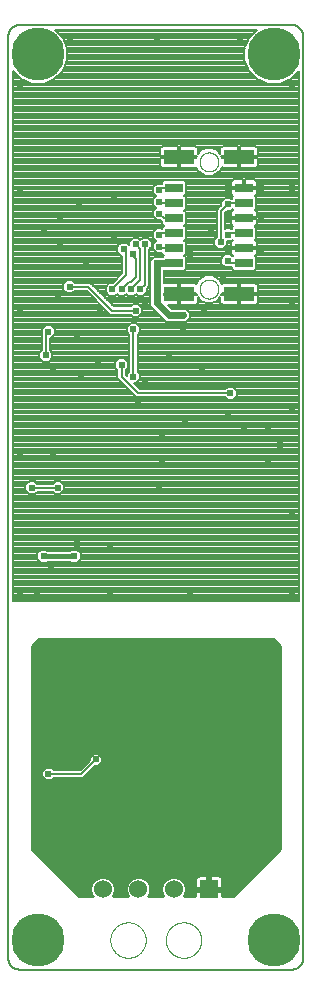
<source format=gbl>
G75*
%MOIN*%
%OFA0B0*%
%FSLAX25Y25*%
%IPPOS*%
%LPD*%
%AMOC8*
5,1,8,0,0,1.08239X$1,22.5*
%
%ADD10C,0.00500*%
%ADD11C,0.17717*%
%ADD12R,0.05906X0.03150*%
%ADD13R,0.09843X0.04724*%
%ADD14C,0.00000*%
%ADD15R,0.06024X0.06024*%
%ADD16C,0.06024*%
%ADD17C,0.02381*%
%ADD18C,0.02400*%
%ADD19C,0.00787*%
%ADD20C,0.01600*%
%ADD21C,0.01000*%
D10*
X0005000Y0013705D02*
X0005000Y0320791D01*
X0005002Y0320915D01*
X0005008Y0321038D01*
X0005017Y0321162D01*
X0005031Y0321284D01*
X0005048Y0321407D01*
X0005070Y0321529D01*
X0005095Y0321650D01*
X0005124Y0321770D01*
X0005156Y0321889D01*
X0005193Y0322008D01*
X0005233Y0322125D01*
X0005276Y0322240D01*
X0005324Y0322355D01*
X0005375Y0322467D01*
X0005429Y0322578D01*
X0005487Y0322688D01*
X0005548Y0322795D01*
X0005613Y0322901D01*
X0005681Y0323004D01*
X0005752Y0323105D01*
X0005826Y0323204D01*
X0005903Y0323301D01*
X0005984Y0323395D01*
X0006067Y0323486D01*
X0006153Y0323575D01*
X0006242Y0323661D01*
X0006333Y0323744D01*
X0006427Y0323825D01*
X0006524Y0323902D01*
X0006623Y0323976D01*
X0006724Y0324047D01*
X0006827Y0324115D01*
X0006933Y0324180D01*
X0007040Y0324241D01*
X0007150Y0324299D01*
X0007261Y0324353D01*
X0007373Y0324404D01*
X0007488Y0324452D01*
X0007603Y0324495D01*
X0007720Y0324535D01*
X0007839Y0324572D01*
X0007958Y0324604D01*
X0008078Y0324633D01*
X0008199Y0324658D01*
X0008321Y0324680D01*
X0008444Y0324697D01*
X0008566Y0324711D01*
X0008690Y0324720D01*
X0008813Y0324726D01*
X0008937Y0324728D01*
X0099488Y0324728D01*
X0099612Y0324726D01*
X0099735Y0324720D01*
X0099859Y0324711D01*
X0099981Y0324697D01*
X0100104Y0324680D01*
X0100226Y0324658D01*
X0100347Y0324633D01*
X0100467Y0324604D01*
X0100586Y0324572D01*
X0100705Y0324535D01*
X0100822Y0324495D01*
X0100937Y0324452D01*
X0101052Y0324404D01*
X0101164Y0324353D01*
X0101275Y0324299D01*
X0101385Y0324241D01*
X0101492Y0324180D01*
X0101598Y0324115D01*
X0101701Y0324047D01*
X0101802Y0323976D01*
X0101901Y0323902D01*
X0101998Y0323825D01*
X0102092Y0323744D01*
X0102183Y0323661D01*
X0102272Y0323575D01*
X0102358Y0323486D01*
X0102441Y0323395D01*
X0102522Y0323301D01*
X0102599Y0323204D01*
X0102673Y0323105D01*
X0102744Y0323004D01*
X0102812Y0322901D01*
X0102877Y0322795D01*
X0102938Y0322688D01*
X0102996Y0322578D01*
X0103050Y0322467D01*
X0103101Y0322355D01*
X0103149Y0322240D01*
X0103192Y0322125D01*
X0103232Y0322008D01*
X0103269Y0321889D01*
X0103301Y0321770D01*
X0103330Y0321650D01*
X0103355Y0321529D01*
X0103377Y0321407D01*
X0103394Y0321284D01*
X0103408Y0321162D01*
X0103417Y0321038D01*
X0103423Y0320915D01*
X0103425Y0320791D01*
X0103425Y0013705D01*
X0103423Y0013581D01*
X0103417Y0013458D01*
X0103408Y0013334D01*
X0103394Y0013212D01*
X0103377Y0013089D01*
X0103355Y0012967D01*
X0103330Y0012846D01*
X0103301Y0012726D01*
X0103269Y0012607D01*
X0103232Y0012488D01*
X0103192Y0012371D01*
X0103149Y0012256D01*
X0103101Y0012141D01*
X0103050Y0012029D01*
X0102996Y0011918D01*
X0102938Y0011808D01*
X0102877Y0011701D01*
X0102812Y0011595D01*
X0102744Y0011492D01*
X0102673Y0011391D01*
X0102599Y0011292D01*
X0102522Y0011195D01*
X0102441Y0011101D01*
X0102358Y0011010D01*
X0102272Y0010921D01*
X0102183Y0010835D01*
X0102092Y0010752D01*
X0101998Y0010671D01*
X0101901Y0010594D01*
X0101802Y0010520D01*
X0101701Y0010449D01*
X0101598Y0010381D01*
X0101492Y0010316D01*
X0101385Y0010255D01*
X0101275Y0010197D01*
X0101164Y0010143D01*
X0101052Y0010092D01*
X0100937Y0010044D01*
X0100822Y0010001D01*
X0100705Y0009961D01*
X0100586Y0009924D01*
X0100467Y0009892D01*
X0100347Y0009863D01*
X0100226Y0009838D01*
X0100104Y0009816D01*
X0099981Y0009799D01*
X0099859Y0009785D01*
X0099735Y0009776D01*
X0099612Y0009770D01*
X0099488Y0009768D01*
X0008937Y0009768D01*
X0008813Y0009770D01*
X0008690Y0009776D01*
X0008566Y0009785D01*
X0008444Y0009799D01*
X0008321Y0009816D01*
X0008199Y0009838D01*
X0008078Y0009863D01*
X0007958Y0009892D01*
X0007839Y0009924D01*
X0007720Y0009961D01*
X0007603Y0010001D01*
X0007488Y0010044D01*
X0007373Y0010092D01*
X0007261Y0010143D01*
X0007150Y0010197D01*
X0007040Y0010255D01*
X0006933Y0010316D01*
X0006827Y0010381D01*
X0006724Y0010449D01*
X0006623Y0010520D01*
X0006524Y0010594D01*
X0006427Y0010671D01*
X0006333Y0010752D01*
X0006242Y0010835D01*
X0006153Y0010921D01*
X0006067Y0011010D01*
X0005984Y0011101D01*
X0005903Y0011195D01*
X0005826Y0011292D01*
X0005752Y0011391D01*
X0005681Y0011492D01*
X0005613Y0011595D01*
X0005548Y0011701D01*
X0005487Y0011808D01*
X0005429Y0011918D01*
X0005375Y0012029D01*
X0005324Y0012141D01*
X0005276Y0012256D01*
X0005233Y0012371D01*
X0005193Y0012488D01*
X0005156Y0012607D01*
X0005124Y0012726D01*
X0005095Y0012846D01*
X0005070Y0012967D01*
X0005048Y0013089D01*
X0005031Y0013212D01*
X0005017Y0013334D01*
X0005008Y0013458D01*
X0005002Y0013581D01*
X0005000Y0013705D01*
D11*
X0014843Y0019610D03*
X0093583Y0019610D03*
X0093583Y0314886D03*
X0014843Y0314886D03*
D12*
X0060315Y0270260D03*
X0060315Y0265260D03*
X0060315Y0260260D03*
X0060315Y0255260D03*
X0060315Y0250260D03*
X0060315Y0245260D03*
X0083543Y0245260D03*
X0083543Y0250260D03*
X0083543Y0255260D03*
X0083543Y0260260D03*
X0083543Y0265260D03*
X0083543Y0270260D03*
D13*
X0081969Y0280634D03*
X0081969Y0234965D03*
X0061890Y0234965D03*
X0061890Y0280634D03*
D14*
X0068779Y0279000D02*
X0068781Y0279112D01*
X0068787Y0279223D01*
X0068797Y0279335D01*
X0068811Y0279446D01*
X0068828Y0279556D01*
X0068850Y0279666D01*
X0068876Y0279775D01*
X0068905Y0279883D01*
X0068938Y0279989D01*
X0068975Y0280095D01*
X0069016Y0280199D01*
X0069061Y0280302D01*
X0069109Y0280403D01*
X0069160Y0280502D01*
X0069215Y0280599D01*
X0069274Y0280694D01*
X0069335Y0280788D01*
X0069400Y0280879D01*
X0069469Y0280967D01*
X0069540Y0281053D01*
X0069614Y0281137D01*
X0069692Y0281217D01*
X0069772Y0281295D01*
X0069855Y0281371D01*
X0069940Y0281443D01*
X0070028Y0281512D01*
X0070118Y0281578D01*
X0070211Y0281640D01*
X0070306Y0281700D01*
X0070403Y0281756D01*
X0070501Y0281808D01*
X0070602Y0281857D01*
X0070704Y0281902D01*
X0070808Y0281944D01*
X0070913Y0281982D01*
X0071020Y0282016D01*
X0071127Y0282046D01*
X0071236Y0282073D01*
X0071345Y0282095D01*
X0071456Y0282114D01*
X0071566Y0282129D01*
X0071678Y0282140D01*
X0071789Y0282147D01*
X0071901Y0282150D01*
X0072013Y0282149D01*
X0072125Y0282144D01*
X0072236Y0282135D01*
X0072347Y0282122D01*
X0072458Y0282105D01*
X0072568Y0282085D01*
X0072677Y0282060D01*
X0072785Y0282032D01*
X0072892Y0281999D01*
X0072998Y0281963D01*
X0073102Y0281923D01*
X0073205Y0281880D01*
X0073307Y0281833D01*
X0073406Y0281782D01*
X0073504Y0281728D01*
X0073600Y0281670D01*
X0073694Y0281609D01*
X0073785Y0281545D01*
X0073874Y0281478D01*
X0073961Y0281407D01*
X0074045Y0281333D01*
X0074127Y0281257D01*
X0074205Y0281177D01*
X0074281Y0281095D01*
X0074354Y0281010D01*
X0074424Y0280923D01*
X0074490Y0280833D01*
X0074554Y0280741D01*
X0074614Y0280647D01*
X0074671Y0280551D01*
X0074724Y0280452D01*
X0074774Y0280352D01*
X0074820Y0280251D01*
X0074863Y0280147D01*
X0074902Y0280042D01*
X0074937Y0279936D01*
X0074968Y0279829D01*
X0074996Y0279720D01*
X0075019Y0279611D01*
X0075039Y0279501D01*
X0075055Y0279390D01*
X0075067Y0279279D01*
X0075075Y0279168D01*
X0075079Y0279056D01*
X0075079Y0278944D01*
X0075075Y0278832D01*
X0075067Y0278721D01*
X0075055Y0278610D01*
X0075039Y0278499D01*
X0075019Y0278389D01*
X0074996Y0278280D01*
X0074968Y0278171D01*
X0074937Y0278064D01*
X0074902Y0277958D01*
X0074863Y0277853D01*
X0074820Y0277749D01*
X0074774Y0277648D01*
X0074724Y0277548D01*
X0074671Y0277449D01*
X0074614Y0277353D01*
X0074554Y0277259D01*
X0074490Y0277167D01*
X0074424Y0277077D01*
X0074354Y0276990D01*
X0074281Y0276905D01*
X0074205Y0276823D01*
X0074127Y0276743D01*
X0074045Y0276667D01*
X0073961Y0276593D01*
X0073874Y0276522D01*
X0073785Y0276455D01*
X0073694Y0276391D01*
X0073600Y0276330D01*
X0073504Y0276272D01*
X0073406Y0276218D01*
X0073307Y0276167D01*
X0073205Y0276120D01*
X0073102Y0276077D01*
X0072998Y0276037D01*
X0072892Y0276001D01*
X0072785Y0275968D01*
X0072677Y0275940D01*
X0072568Y0275915D01*
X0072458Y0275895D01*
X0072347Y0275878D01*
X0072236Y0275865D01*
X0072125Y0275856D01*
X0072013Y0275851D01*
X0071901Y0275850D01*
X0071789Y0275853D01*
X0071678Y0275860D01*
X0071566Y0275871D01*
X0071456Y0275886D01*
X0071345Y0275905D01*
X0071236Y0275927D01*
X0071127Y0275954D01*
X0071020Y0275984D01*
X0070913Y0276018D01*
X0070808Y0276056D01*
X0070704Y0276098D01*
X0070602Y0276143D01*
X0070501Y0276192D01*
X0070403Y0276244D01*
X0070306Y0276300D01*
X0070211Y0276360D01*
X0070118Y0276422D01*
X0070028Y0276488D01*
X0069940Y0276557D01*
X0069855Y0276629D01*
X0069772Y0276705D01*
X0069692Y0276783D01*
X0069614Y0276863D01*
X0069540Y0276947D01*
X0069469Y0277033D01*
X0069400Y0277121D01*
X0069335Y0277212D01*
X0069274Y0277306D01*
X0069215Y0277401D01*
X0069160Y0277498D01*
X0069109Y0277597D01*
X0069061Y0277698D01*
X0069016Y0277801D01*
X0068975Y0277905D01*
X0068938Y0278011D01*
X0068905Y0278117D01*
X0068876Y0278225D01*
X0068850Y0278334D01*
X0068828Y0278444D01*
X0068811Y0278554D01*
X0068797Y0278665D01*
X0068787Y0278777D01*
X0068781Y0278888D01*
X0068779Y0279000D01*
X0068781Y0279112D01*
X0068787Y0279223D01*
X0068797Y0279335D01*
X0068811Y0279446D01*
X0068828Y0279556D01*
X0068850Y0279666D01*
X0068876Y0279775D01*
X0068905Y0279883D01*
X0068938Y0279989D01*
X0068975Y0280095D01*
X0069016Y0280199D01*
X0069061Y0280302D01*
X0069109Y0280403D01*
X0069160Y0280502D01*
X0069215Y0280599D01*
X0069274Y0280694D01*
X0069335Y0280788D01*
X0069400Y0280879D01*
X0069469Y0280967D01*
X0069540Y0281053D01*
X0069614Y0281137D01*
X0069692Y0281217D01*
X0069772Y0281295D01*
X0069855Y0281371D01*
X0069940Y0281443D01*
X0070028Y0281512D01*
X0070118Y0281578D01*
X0070211Y0281640D01*
X0070306Y0281700D01*
X0070403Y0281756D01*
X0070501Y0281808D01*
X0070602Y0281857D01*
X0070704Y0281902D01*
X0070808Y0281944D01*
X0070913Y0281982D01*
X0071020Y0282016D01*
X0071127Y0282046D01*
X0071236Y0282073D01*
X0071345Y0282095D01*
X0071456Y0282114D01*
X0071566Y0282129D01*
X0071678Y0282140D01*
X0071789Y0282147D01*
X0071901Y0282150D01*
X0072013Y0282149D01*
X0072125Y0282144D01*
X0072236Y0282135D01*
X0072347Y0282122D01*
X0072458Y0282105D01*
X0072568Y0282085D01*
X0072677Y0282060D01*
X0072785Y0282032D01*
X0072892Y0281999D01*
X0072998Y0281963D01*
X0073102Y0281923D01*
X0073205Y0281880D01*
X0073307Y0281833D01*
X0073406Y0281782D01*
X0073504Y0281728D01*
X0073600Y0281670D01*
X0073694Y0281609D01*
X0073785Y0281545D01*
X0073874Y0281478D01*
X0073961Y0281407D01*
X0074045Y0281333D01*
X0074127Y0281257D01*
X0074205Y0281177D01*
X0074281Y0281095D01*
X0074354Y0281010D01*
X0074424Y0280923D01*
X0074490Y0280833D01*
X0074554Y0280741D01*
X0074614Y0280647D01*
X0074671Y0280551D01*
X0074724Y0280452D01*
X0074774Y0280352D01*
X0074820Y0280251D01*
X0074863Y0280147D01*
X0074902Y0280042D01*
X0074937Y0279936D01*
X0074968Y0279829D01*
X0074996Y0279720D01*
X0075019Y0279611D01*
X0075039Y0279501D01*
X0075055Y0279390D01*
X0075067Y0279279D01*
X0075075Y0279168D01*
X0075079Y0279056D01*
X0075079Y0278944D01*
X0075075Y0278832D01*
X0075067Y0278721D01*
X0075055Y0278610D01*
X0075039Y0278499D01*
X0075019Y0278389D01*
X0074996Y0278280D01*
X0074968Y0278171D01*
X0074937Y0278064D01*
X0074902Y0277958D01*
X0074863Y0277853D01*
X0074820Y0277749D01*
X0074774Y0277648D01*
X0074724Y0277548D01*
X0074671Y0277449D01*
X0074614Y0277353D01*
X0074554Y0277259D01*
X0074490Y0277167D01*
X0074424Y0277077D01*
X0074354Y0276990D01*
X0074281Y0276905D01*
X0074205Y0276823D01*
X0074127Y0276743D01*
X0074045Y0276667D01*
X0073961Y0276593D01*
X0073874Y0276522D01*
X0073785Y0276455D01*
X0073694Y0276391D01*
X0073600Y0276330D01*
X0073504Y0276272D01*
X0073406Y0276218D01*
X0073307Y0276167D01*
X0073205Y0276120D01*
X0073102Y0276077D01*
X0072998Y0276037D01*
X0072892Y0276001D01*
X0072785Y0275968D01*
X0072677Y0275940D01*
X0072568Y0275915D01*
X0072458Y0275895D01*
X0072347Y0275878D01*
X0072236Y0275865D01*
X0072125Y0275856D01*
X0072013Y0275851D01*
X0071901Y0275850D01*
X0071789Y0275853D01*
X0071678Y0275860D01*
X0071566Y0275871D01*
X0071456Y0275886D01*
X0071345Y0275905D01*
X0071236Y0275927D01*
X0071127Y0275954D01*
X0071020Y0275984D01*
X0070913Y0276018D01*
X0070808Y0276056D01*
X0070704Y0276098D01*
X0070602Y0276143D01*
X0070501Y0276192D01*
X0070403Y0276244D01*
X0070306Y0276300D01*
X0070211Y0276360D01*
X0070118Y0276422D01*
X0070028Y0276488D01*
X0069940Y0276557D01*
X0069855Y0276629D01*
X0069772Y0276705D01*
X0069692Y0276783D01*
X0069614Y0276863D01*
X0069540Y0276947D01*
X0069469Y0277033D01*
X0069400Y0277121D01*
X0069335Y0277212D01*
X0069274Y0277306D01*
X0069215Y0277401D01*
X0069160Y0277498D01*
X0069109Y0277597D01*
X0069061Y0277698D01*
X0069016Y0277801D01*
X0068975Y0277905D01*
X0068938Y0278011D01*
X0068905Y0278117D01*
X0068876Y0278225D01*
X0068850Y0278334D01*
X0068828Y0278444D01*
X0068811Y0278554D01*
X0068797Y0278665D01*
X0068787Y0278777D01*
X0068781Y0278888D01*
X0068779Y0279000D01*
X0068779Y0236598D02*
X0068781Y0236710D01*
X0068787Y0236821D01*
X0068797Y0236933D01*
X0068811Y0237044D01*
X0068828Y0237154D01*
X0068850Y0237264D01*
X0068876Y0237373D01*
X0068905Y0237481D01*
X0068938Y0237587D01*
X0068975Y0237693D01*
X0069016Y0237797D01*
X0069061Y0237900D01*
X0069109Y0238001D01*
X0069160Y0238100D01*
X0069215Y0238197D01*
X0069274Y0238292D01*
X0069335Y0238386D01*
X0069400Y0238477D01*
X0069469Y0238565D01*
X0069540Y0238651D01*
X0069614Y0238735D01*
X0069692Y0238815D01*
X0069772Y0238893D01*
X0069855Y0238969D01*
X0069940Y0239041D01*
X0070028Y0239110D01*
X0070118Y0239176D01*
X0070211Y0239238D01*
X0070306Y0239298D01*
X0070403Y0239354D01*
X0070501Y0239406D01*
X0070602Y0239455D01*
X0070704Y0239500D01*
X0070808Y0239542D01*
X0070913Y0239580D01*
X0071020Y0239614D01*
X0071127Y0239644D01*
X0071236Y0239671D01*
X0071345Y0239693D01*
X0071456Y0239712D01*
X0071566Y0239727D01*
X0071678Y0239738D01*
X0071789Y0239745D01*
X0071901Y0239748D01*
X0072013Y0239747D01*
X0072125Y0239742D01*
X0072236Y0239733D01*
X0072347Y0239720D01*
X0072458Y0239703D01*
X0072568Y0239683D01*
X0072677Y0239658D01*
X0072785Y0239630D01*
X0072892Y0239597D01*
X0072998Y0239561D01*
X0073102Y0239521D01*
X0073205Y0239478D01*
X0073307Y0239431D01*
X0073406Y0239380D01*
X0073504Y0239326D01*
X0073600Y0239268D01*
X0073694Y0239207D01*
X0073785Y0239143D01*
X0073874Y0239076D01*
X0073961Y0239005D01*
X0074045Y0238931D01*
X0074127Y0238855D01*
X0074205Y0238775D01*
X0074281Y0238693D01*
X0074354Y0238608D01*
X0074424Y0238521D01*
X0074490Y0238431D01*
X0074554Y0238339D01*
X0074614Y0238245D01*
X0074671Y0238149D01*
X0074724Y0238050D01*
X0074774Y0237950D01*
X0074820Y0237849D01*
X0074863Y0237745D01*
X0074902Y0237640D01*
X0074937Y0237534D01*
X0074968Y0237427D01*
X0074996Y0237318D01*
X0075019Y0237209D01*
X0075039Y0237099D01*
X0075055Y0236988D01*
X0075067Y0236877D01*
X0075075Y0236766D01*
X0075079Y0236654D01*
X0075079Y0236542D01*
X0075075Y0236430D01*
X0075067Y0236319D01*
X0075055Y0236208D01*
X0075039Y0236097D01*
X0075019Y0235987D01*
X0074996Y0235878D01*
X0074968Y0235769D01*
X0074937Y0235662D01*
X0074902Y0235556D01*
X0074863Y0235451D01*
X0074820Y0235347D01*
X0074774Y0235246D01*
X0074724Y0235146D01*
X0074671Y0235047D01*
X0074614Y0234951D01*
X0074554Y0234857D01*
X0074490Y0234765D01*
X0074424Y0234675D01*
X0074354Y0234588D01*
X0074281Y0234503D01*
X0074205Y0234421D01*
X0074127Y0234341D01*
X0074045Y0234265D01*
X0073961Y0234191D01*
X0073874Y0234120D01*
X0073785Y0234053D01*
X0073694Y0233989D01*
X0073600Y0233928D01*
X0073504Y0233870D01*
X0073406Y0233816D01*
X0073307Y0233765D01*
X0073205Y0233718D01*
X0073102Y0233675D01*
X0072998Y0233635D01*
X0072892Y0233599D01*
X0072785Y0233566D01*
X0072677Y0233538D01*
X0072568Y0233513D01*
X0072458Y0233493D01*
X0072347Y0233476D01*
X0072236Y0233463D01*
X0072125Y0233454D01*
X0072013Y0233449D01*
X0071901Y0233448D01*
X0071789Y0233451D01*
X0071678Y0233458D01*
X0071566Y0233469D01*
X0071456Y0233484D01*
X0071345Y0233503D01*
X0071236Y0233525D01*
X0071127Y0233552D01*
X0071020Y0233582D01*
X0070913Y0233616D01*
X0070808Y0233654D01*
X0070704Y0233696D01*
X0070602Y0233741D01*
X0070501Y0233790D01*
X0070403Y0233842D01*
X0070306Y0233898D01*
X0070211Y0233958D01*
X0070118Y0234020D01*
X0070028Y0234086D01*
X0069940Y0234155D01*
X0069855Y0234227D01*
X0069772Y0234303D01*
X0069692Y0234381D01*
X0069614Y0234461D01*
X0069540Y0234545D01*
X0069469Y0234631D01*
X0069400Y0234719D01*
X0069335Y0234810D01*
X0069274Y0234904D01*
X0069215Y0234999D01*
X0069160Y0235096D01*
X0069109Y0235195D01*
X0069061Y0235296D01*
X0069016Y0235399D01*
X0068975Y0235503D01*
X0068938Y0235609D01*
X0068905Y0235715D01*
X0068876Y0235823D01*
X0068850Y0235932D01*
X0068828Y0236042D01*
X0068811Y0236152D01*
X0068797Y0236263D01*
X0068787Y0236375D01*
X0068781Y0236486D01*
X0068779Y0236598D01*
X0068781Y0236710D01*
X0068787Y0236821D01*
X0068797Y0236933D01*
X0068811Y0237044D01*
X0068828Y0237154D01*
X0068850Y0237264D01*
X0068876Y0237373D01*
X0068905Y0237481D01*
X0068938Y0237587D01*
X0068975Y0237693D01*
X0069016Y0237797D01*
X0069061Y0237900D01*
X0069109Y0238001D01*
X0069160Y0238100D01*
X0069215Y0238197D01*
X0069274Y0238292D01*
X0069335Y0238386D01*
X0069400Y0238477D01*
X0069469Y0238565D01*
X0069540Y0238651D01*
X0069614Y0238735D01*
X0069692Y0238815D01*
X0069772Y0238893D01*
X0069855Y0238969D01*
X0069940Y0239041D01*
X0070028Y0239110D01*
X0070118Y0239176D01*
X0070211Y0239238D01*
X0070306Y0239298D01*
X0070403Y0239354D01*
X0070501Y0239406D01*
X0070602Y0239455D01*
X0070704Y0239500D01*
X0070808Y0239542D01*
X0070913Y0239580D01*
X0071020Y0239614D01*
X0071127Y0239644D01*
X0071236Y0239671D01*
X0071345Y0239693D01*
X0071456Y0239712D01*
X0071566Y0239727D01*
X0071678Y0239738D01*
X0071789Y0239745D01*
X0071901Y0239748D01*
X0072013Y0239747D01*
X0072125Y0239742D01*
X0072236Y0239733D01*
X0072347Y0239720D01*
X0072458Y0239703D01*
X0072568Y0239683D01*
X0072677Y0239658D01*
X0072785Y0239630D01*
X0072892Y0239597D01*
X0072998Y0239561D01*
X0073102Y0239521D01*
X0073205Y0239478D01*
X0073307Y0239431D01*
X0073406Y0239380D01*
X0073504Y0239326D01*
X0073600Y0239268D01*
X0073694Y0239207D01*
X0073785Y0239143D01*
X0073874Y0239076D01*
X0073961Y0239005D01*
X0074045Y0238931D01*
X0074127Y0238855D01*
X0074205Y0238775D01*
X0074281Y0238693D01*
X0074354Y0238608D01*
X0074424Y0238521D01*
X0074490Y0238431D01*
X0074554Y0238339D01*
X0074614Y0238245D01*
X0074671Y0238149D01*
X0074724Y0238050D01*
X0074774Y0237950D01*
X0074820Y0237849D01*
X0074863Y0237745D01*
X0074902Y0237640D01*
X0074937Y0237534D01*
X0074968Y0237427D01*
X0074996Y0237318D01*
X0075019Y0237209D01*
X0075039Y0237099D01*
X0075055Y0236988D01*
X0075067Y0236877D01*
X0075075Y0236766D01*
X0075079Y0236654D01*
X0075079Y0236542D01*
X0075075Y0236430D01*
X0075067Y0236319D01*
X0075055Y0236208D01*
X0075039Y0236097D01*
X0075019Y0235987D01*
X0074996Y0235878D01*
X0074968Y0235769D01*
X0074937Y0235662D01*
X0074902Y0235556D01*
X0074863Y0235451D01*
X0074820Y0235347D01*
X0074774Y0235246D01*
X0074724Y0235146D01*
X0074671Y0235047D01*
X0074614Y0234951D01*
X0074554Y0234857D01*
X0074490Y0234765D01*
X0074424Y0234675D01*
X0074354Y0234588D01*
X0074281Y0234503D01*
X0074205Y0234421D01*
X0074127Y0234341D01*
X0074045Y0234265D01*
X0073961Y0234191D01*
X0073874Y0234120D01*
X0073785Y0234053D01*
X0073694Y0233989D01*
X0073600Y0233928D01*
X0073504Y0233870D01*
X0073406Y0233816D01*
X0073307Y0233765D01*
X0073205Y0233718D01*
X0073102Y0233675D01*
X0072998Y0233635D01*
X0072892Y0233599D01*
X0072785Y0233566D01*
X0072677Y0233538D01*
X0072568Y0233513D01*
X0072458Y0233493D01*
X0072347Y0233476D01*
X0072236Y0233463D01*
X0072125Y0233454D01*
X0072013Y0233449D01*
X0071901Y0233448D01*
X0071789Y0233451D01*
X0071678Y0233458D01*
X0071566Y0233469D01*
X0071456Y0233484D01*
X0071345Y0233503D01*
X0071236Y0233525D01*
X0071127Y0233552D01*
X0071020Y0233582D01*
X0070913Y0233616D01*
X0070808Y0233654D01*
X0070704Y0233696D01*
X0070602Y0233741D01*
X0070501Y0233790D01*
X0070403Y0233842D01*
X0070306Y0233898D01*
X0070211Y0233958D01*
X0070118Y0234020D01*
X0070028Y0234086D01*
X0069940Y0234155D01*
X0069855Y0234227D01*
X0069772Y0234303D01*
X0069692Y0234381D01*
X0069614Y0234461D01*
X0069540Y0234545D01*
X0069469Y0234631D01*
X0069400Y0234719D01*
X0069335Y0234810D01*
X0069274Y0234904D01*
X0069215Y0234999D01*
X0069160Y0235096D01*
X0069109Y0235195D01*
X0069061Y0235296D01*
X0069016Y0235399D01*
X0068975Y0235503D01*
X0068938Y0235609D01*
X0068905Y0235715D01*
X0068876Y0235823D01*
X0068850Y0235932D01*
X0068828Y0236042D01*
X0068811Y0236152D01*
X0068797Y0236263D01*
X0068787Y0236375D01*
X0068781Y0236486D01*
X0068779Y0236598D01*
X0057559Y0019610D02*
X0057561Y0019763D01*
X0057567Y0019917D01*
X0057577Y0020070D01*
X0057591Y0020222D01*
X0057609Y0020375D01*
X0057631Y0020526D01*
X0057656Y0020677D01*
X0057686Y0020828D01*
X0057720Y0020978D01*
X0057757Y0021126D01*
X0057798Y0021274D01*
X0057843Y0021420D01*
X0057892Y0021566D01*
X0057945Y0021710D01*
X0058001Y0021852D01*
X0058061Y0021993D01*
X0058125Y0022133D01*
X0058192Y0022271D01*
X0058263Y0022407D01*
X0058338Y0022541D01*
X0058415Y0022673D01*
X0058497Y0022803D01*
X0058581Y0022931D01*
X0058669Y0023057D01*
X0058760Y0023180D01*
X0058854Y0023301D01*
X0058952Y0023419D01*
X0059052Y0023535D01*
X0059156Y0023648D01*
X0059262Y0023759D01*
X0059371Y0023867D01*
X0059483Y0023972D01*
X0059597Y0024073D01*
X0059715Y0024172D01*
X0059834Y0024268D01*
X0059956Y0024361D01*
X0060081Y0024450D01*
X0060208Y0024537D01*
X0060337Y0024619D01*
X0060468Y0024699D01*
X0060601Y0024775D01*
X0060736Y0024848D01*
X0060873Y0024917D01*
X0061012Y0024982D01*
X0061152Y0025044D01*
X0061294Y0025102D01*
X0061437Y0025157D01*
X0061582Y0025208D01*
X0061728Y0025255D01*
X0061875Y0025298D01*
X0062023Y0025337D01*
X0062172Y0025373D01*
X0062322Y0025404D01*
X0062473Y0025432D01*
X0062624Y0025456D01*
X0062777Y0025476D01*
X0062929Y0025492D01*
X0063082Y0025504D01*
X0063235Y0025512D01*
X0063388Y0025516D01*
X0063542Y0025516D01*
X0063695Y0025512D01*
X0063848Y0025504D01*
X0064001Y0025492D01*
X0064153Y0025476D01*
X0064306Y0025456D01*
X0064457Y0025432D01*
X0064608Y0025404D01*
X0064758Y0025373D01*
X0064907Y0025337D01*
X0065055Y0025298D01*
X0065202Y0025255D01*
X0065348Y0025208D01*
X0065493Y0025157D01*
X0065636Y0025102D01*
X0065778Y0025044D01*
X0065918Y0024982D01*
X0066057Y0024917D01*
X0066194Y0024848D01*
X0066329Y0024775D01*
X0066462Y0024699D01*
X0066593Y0024619D01*
X0066722Y0024537D01*
X0066849Y0024450D01*
X0066974Y0024361D01*
X0067096Y0024268D01*
X0067215Y0024172D01*
X0067333Y0024073D01*
X0067447Y0023972D01*
X0067559Y0023867D01*
X0067668Y0023759D01*
X0067774Y0023648D01*
X0067878Y0023535D01*
X0067978Y0023419D01*
X0068076Y0023301D01*
X0068170Y0023180D01*
X0068261Y0023057D01*
X0068349Y0022931D01*
X0068433Y0022803D01*
X0068515Y0022673D01*
X0068592Y0022541D01*
X0068667Y0022407D01*
X0068738Y0022271D01*
X0068805Y0022133D01*
X0068869Y0021993D01*
X0068929Y0021852D01*
X0068985Y0021710D01*
X0069038Y0021566D01*
X0069087Y0021420D01*
X0069132Y0021274D01*
X0069173Y0021126D01*
X0069210Y0020978D01*
X0069244Y0020828D01*
X0069274Y0020677D01*
X0069299Y0020526D01*
X0069321Y0020375D01*
X0069339Y0020222D01*
X0069353Y0020070D01*
X0069363Y0019917D01*
X0069369Y0019763D01*
X0069371Y0019610D01*
X0069369Y0019457D01*
X0069363Y0019303D01*
X0069353Y0019150D01*
X0069339Y0018998D01*
X0069321Y0018845D01*
X0069299Y0018694D01*
X0069274Y0018543D01*
X0069244Y0018392D01*
X0069210Y0018242D01*
X0069173Y0018094D01*
X0069132Y0017946D01*
X0069087Y0017800D01*
X0069038Y0017654D01*
X0068985Y0017510D01*
X0068929Y0017368D01*
X0068869Y0017227D01*
X0068805Y0017087D01*
X0068738Y0016949D01*
X0068667Y0016813D01*
X0068592Y0016679D01*
X0068515Y0016547D01*
X0068433Y0016417D01*
X0068349Y0016289D01*
X0068261Y0016163D01*
X0068170Y0016040D01*
X0068076Y0015919D01*
X0067978Y0015801D01*
X0067878Y0015685D01*
X0067774Y0015572D01*
X0067668Y0015461D01*
X0067559Y0015353D01*
X0067447Y0015248D01*
X0067333Y0015147D01*
X0067215Y0015048D01*
X0067096Y0014952D01*
X0066974Y0014859D01*
X0066849Y0014770D01*
X0066722Y0014683D01*
X0066593Y0014601D01*
X0066462Y0014521D01*
X0066329Y0014445D01*
X0066194Y0014372D01*
X0066057Y0014303D01*
X0065918Y0014238D01*
X0065778Y0014176D01*
X0065636Y0014118D01*
X0065493Y0014063D01*
X0065348Y0014012D01*
X0065202Y0013965D01*
X0065055Y0013922D01*
X0064907Y0013883D01*
X0064758Y0013847D01*
X0064608Y0013816D01*
X0064457Y0013788D01*
X0064306Y0013764D01*
X0064153Y0013744D01*
X0064001Y0013728D01*
X0063848Y0013716D01*
X0063695Y0013708D01*
X0063542Y0013704D01*
X0063388Y0013704D01*
X0063235Y0013708D01*
X0063082Y0013716D01*
X0062929Y0013728D01*
X0062777Y0013744D01*
X0062624Y0013764D01*
X0062473Y0013788D01*
X0062322Y0013816D01*
X0062172Y0013847D01*
X0062023Y0013883D01*
X0061875Y0013922D01*
X0061728Y0013965D01*
X0061582Y0014012D01*
X0061437Y0014063D01*
X0061294Y0014118D01*
X0061152Y0014176D01*
X0061012Y0014238D01*
X0060873Y0014303D01*
X0060736Y0014372D01*
X0060601Y0014445D01*
X0060468Y0014521D01*
X0060337Y0014601D01*
X0060208Y0014683D01*
X0060081Y0014770D01*
X0059956Y0014859D01*
X0059834Y0014952D01*
X0059715Y0015048D01*
X0059597Y0015147D01*
X0059483Y0015248D01*
X0059371Y0015353D01*
X0059262Y0015461D01*
X0059156Y0015572D01*
X0059052Y0015685D01*
X0058952Y0015801D01*
X0058854Y0015919D01*
X0058760Y0016040D01*
X0058669Y0016163D01*
X0058581Y0016289D01*
X0058497Y0016417D01*
X0058415Y0016547D01*
X0058338Y0016679D01*
X0058263Y0016813D01*
X0058192Y0016949D01*
X0058125Y0017087D01*
X0058061Y0017227D01*
X0058001Y0017368D01*
X0057945Y0017510D01*
X0057892Y0017654D01*
X0057843Y0017800D01*
X0057798Y0017946D01*
X0057757Y0018094D01*
X0057720Y0018242D01*
X0057686Y0018392D01*
X0057656Y0018543D01*
X0057631Y0018694D01*
X0057609Y0018845D01*
X0057591Y0018998D01*
X0057577Y0019150D01*
X0057567Y0019303D01*
X0057561Y0019457D01*
X0057559Y0019610D01*
X0039055Y0019610D02*
X0039057Y0019763D01*
X0039063Y0019917D01*
X0039073Y0020070D01*
X0039087Y0020222D01*
X0039105Y0020375D01*
X0039127Y0020526D01*
X0039152Y0020677D01*
X0039182Y0020828D01*
X0039216Y0020978D01*
X0039253Y0021126D01*
X0039294Y0021274D01*
X0039339Y0021420D01*
X0039388Y0021566D01*
X0039441Y0021710D01*
X0039497Y0021852D01*
X0039557Y0021993D01*
X0039621Y0022133D01*
X0039688Y0022271D01*
X0039759Y0022407D01*
X0039834Y0022541D01*
X0039911Y0022673D01*
X0039993Y0022803D01*
X0040077Y0022931D01*
X0040165Y0023057D01*
X0040256Y0023180D01*
X0040350Y0023301D01*
X0040448Y0023419D01*
X0040548Y0023535D01*
X0040652Y0023648D01*
X0040758Y0023759D01*
X0040867Y0023867D01*
X0040979Y0023972D01*
X0041093Y0024073D01*
X0041211Y0024172D01*
X0041330Y0024268D01*
X0041452Y0024361D01*
X0041577Y0024450D01*
X0041704Y0024537D01*
X0041833Y0024619D01*
X0041964Y0024699D01*
X0042097Y0024775D01*
X0042232Y0024848D01*
X0042369Y0024917D01*
X0042508Y0024982D01*
X0042648Y0025044D01*
X0042790Y0025102D01*
X0042933Y0025157D01*
X0043078Y0025208D01*
X0043224Y0025255D01*
X0043371Y0025298D01*
X0043519Y0025337D01*
X0043668Y0025373D01*
X0043818Y0025404D01*
X0043969Y0025432D01*
X0044120Y0025456D01*
X0044273Y0025476D01*
X0044425Y0025492D01*
X0044578Y0025504D01*
X0044731Y0025512D01*
X0044884Y0025516D01*
X0045038Y0025516D01*
X0045191Y0025512D01*
X0045344Y0025504D01*
X0045497Y0025492D01*
X0045649Y0025476D01*
X0045802Y0025456D01*
X0045953Y0025432D01*
X0046104Y0025404D01*
X0046254Y0025373D01*
X0046403Y0025337D01*
X0046551Y0025298D01*
X0046698Y0025255D01*
X0046844Y0025208D01*
X0046989Y0025157D01*
X0047132Y0025102D01*
X0047274Y0025044D01*
X0047414Y0024982D01*
X0047553Y0024917D01*
X0047690Y0024848D01*
X0047825Y0024775D01*
X0047958Y0024699D01*
X0048089Y0024619D01*
X0048218Y0024537D01*
X0048345Y0024450D01*
X0048470Y0024361D01*
X0048592Y0024268D01*
X0048711Y0024172D01*
X0048829Y0024073D01*
X0048943Y0023972D01*
X0049055Y0023867D01*
X0049164Y0023759D01*
X0049270Y0023648D01*
X0049374Y0023535D01*
X0049474Y0023419D01*
X0049572Y0023301D01*
X0049666Y0023180D01*
X0049757Y0023057D01*
X0049845Y0022931D01*
X0049929Y0022803D01*
X0050011Y0022673D01*
X0050088Y0022541D01*
X0050163Y0022407D01*
X0050234Y0022271D01*
X0050301Y0022133D01*
X0050365Y0021993D01*
X0050425Y0021852D01*
X0050481Y0021710D01*
X0050534Y0021566D01*
X0050583Y0021420D01*
X0050628Y0021274D01*
X0050669Y0021126D01*
X0050706Y0020978D01*
X0050740Y0020828D01*
X0050770Y0020677D01*
X0050795Y0020526D01*
X0050817Y0020375D01*
X0050835Y0020222D01*
X0050849Y0020070D01*
X0050859Y0019917D01*
X0050865Y0019763D01*
X0050867Y0019610D01*
X0050865Y0019457D01*
X0050859Y0019303D01*
X0050849Y0019150D01*
X0050835Y0018998D01*
X0050817Y0018845D01*
X0050795Y0018694D01*
X0050770Y0018543D01*
X0050740Y0018392D01*
X0050706Y0018242D01*
X0050669Y0018094D01*
X0050628Y0017946D01*
X0050583Y0017800D01*
X0050534Y0017654D01*
X0050481Y0017510D01*
X0050425Y0017368D01*
X0050365Y0017227D01*
X0050301Y0017087D01*
X0050234Y0016949D01*
X0050163Y0016813D01*
X0050088Y0016679D01*
X0050011Y0016547D01*
X0049929Y0016417D01*
X0049845Y0016289D01*
X0049757Y0016163D01*
X0049666Y0016040D01*
X0049572Y0015919D01*
X0049474Y0015801D01*
X0049374Y0015685D01*
X0049270Y0015572D01*
X0049164Y0015461D01*
X0049055Y0015353D01*
X0048943Y0015248D01*
X0048829Y0015147D01*
X0048711Y0015048D01*
X0048592Y0014952D01*
X0048470Y0014859D01*
X0048345Y0014770D01*
X0048218Y0014683D01*
X0048089Y0014601D01*
X0047958Y0014521D01*
X0047825Y0014445D01*
X0047690Y0014372D01*
X0047553Y0014303D01*
X0047414Y0014238D01*
X0047274Y0014176D01*
X0047132Y0014118D01*
X0046989Y0014063D01*
X0046844Y0014012D01*
X0046698Y0013965D01*
X0046551Y0013922D01*
X0046403Y0013883D01*
X0046254Y0013847D01*
X0046104Y0013816D01*
X0045953Y0013788D01*
X0045802Y0013764D01*
X0045649Y0013744D01*
X0045497Y0013728D01*
X0045344Y0013716D01*
X0045191Y0013708D01*
X0045038Y0013704D01*
X0044884Y0013704D01*
X0044731Y0013708D01*
X0044578Y0013716D01*
X0044425Y0013728D01*
X0044273Y0013744D01*
X0044120Y0013764D01*
X0043969Y0013788D01*
X0043818Y0013816D01*
X0043668Y0013847D01*
X0043519Y0013883D01*
X0043371Y0013922D01*
X0043224Y0013965D01*
X0043078Y0014012D01*
X0042933Y0014063D01*
X0042790Y0014118D01*
X0042648Y0014176D01*
X0042508Y0014238D01*
X0042369Y0014303D01*
X0042232Y0014372D01*
X0042097Y0014445D01*
X0041964Y0014521D01*
X0041833Y0014601D01*
X0041704Y0014683D01*
X0041577Y0014770D01*
X0041452Y0014859D01*
X0041330Y0014952D01*
X0041211Y0015048D01*
X0041093Y0015147D01*
X0040979Y0015248D01*
X0040867Y0015353D01*
X0040758Y0015461D01*
X0040652Y0015572D01*
X0040548Y0015685D01*
X0040448Y0015801D01*
X0040350Y0015919D01*
X0040256Y0016040D01*
X0040165Y0016163D01*
X0040077Y0016289D01*
X0039993Y0016417D01*
X0039911Y0016547D01*
X0039834Y0016679D01*
X0039759Y0016813D01*
X0039688Y0016949D01*
X0039621Y0017087D01*
X0039557Y0017227D01*
X0039497Y0017368D01*
X0039441Y0017510D01*
X0039388Y0017654D01*
X0039339Y0017800D01*
X0039294Y0017946D01*
X0039253Y0018094D01*
X0039216Y0018242D01*
X0039182Y0018392D01*
X0039152Y0018543D01*
X0039127Y0018694D01*
X0039105Y0018845D01*
X0039087Y0018998D01*
X0039073Y0019150D01*
X0039063Y0019303D01*
X0039057Y0019457D01*
X0039055Y0019610D01*
D15*
X0071929Y0036618D03*
D16*
X0060118Y0036618D03*
X0048307Y0036618D03*
X0036496Y0036618D03*
D17*
X0033346Y0046776D03*
X0030197Y0036539D03*
X0034134Y0058587D03*
X0037283Y0072760D03*
X0034134Y0079846D03*
X0038071Y0093232D03*
X0037283Y0103469D03*
X0038858Y0116854D03*
X0038858Y0134965D03*
X0038858Y0150713D03*
X0027835Y0151500D03*
X0027047Y0147563D03*
X0019173Y0143626D03*
X0016811Y0147563D03*
X0014449Y0134965D03*
X0008937Y0134965D03*
X0014449Y0116067D03*
X0021535Y0104256D03*
X0028622Y0079846D03*
X0019173Y0079059D03*
X0018386Y0075122D03*
X0014449Y0073547D03*
X0015236Y0061736D03*
X0016811Y0049925D03*
X0042795Y0040476D03*
X0052244Y0055437D03*
X0052244Y0068035D03*
X0052244Y0075122D03*
X0059331Y0082209D03*
X0061693Y0090870D03*
X0061693Y0101894D03*
X0065630Y0116854D03*
X0065630Y0134965D03*
X0074291Y0101894D03*
X0074291Y0090870D03*
X0075866Y0082996D03*
X0075866Y0078272D03*
X0077441Y0056224D03*
X0071142Y0043626D03*
X0078228Y0036539D03*
X0066417Y0078272D03*
X0066417Y0082996D03*
X0060118Y0054650D03*
X0054606Y0038902D03*
X0042795Y0078272D03*
X0055394Y0169610D03*
X0056181Y0178272D03*
X0056181Y0186933D03*
X0050669Y0205043D03*
X0048307Y0198744D03*
X0046732Y0207406D03*
X0042795Y0211343D03*
X0046732Y0223154D03*
X0047520Y0229453D03*
X0050669Y0232602D03*
X0049094Y0236539D03*
X0045945Y0236539D03*
X0042795Y0236539D03*
X0039646Y0236539D03*
X0035709Y0228665D03*
X0030984Y0244413D03*
X0025472Y0237327D03*
X0021535Y0234177D03*
X0018386Y0222366D03*
X0017598Y0214492D03*
X0019961Y0210555D03*
X0027835Y0220791D03*
X0029409Y0207406D03*
X0034921Y0212130D03*
X0046732Y0248350D03*
X0047520Y0251500D03*
X0050669Y0251500D03*
X0054606Y0245201D03*
X0055394Y0250713D03*
X0055394Y0254650D03*
X0055394Y0261736D03*
X0055394Y0265673D03*
X0055394Y0269610D03*
X0058543Y0280634D03*
X0064843Y0280634D03*
X0072717Y0256224D03*
X0075866Y0252287D03*
X0078228Y0249925D03*
X0078228Y0245988D03*
X0076654Y0241264D03*
X0079016Y0234965D03*
X0085315Y0234965D03*
X0089252Y0249925D03*
X0089252Y0260161D03*
X0089252Y0270398D03*
X0085315Y0280634D03*
X0079016Y0280634D03*
X0078228Y0270398D03*
X0078228Y0264886D03*
X0078228Y0260161D03*
X0078228Y0254650D03*
X0070354Y0229453D03*
X0064843Y0234965D03*
X0063268Y0227878D03*
X0063268Y0223154D03*
X0058543Y0214492D03*
X0058543Y0234965D03*
X0065630Y0248350D03*
X0069567Y0209768D03*
X0064055Y0191657D03*
X0078228Y0194020D03*
X0079016Y0201894D03*
X0083740Y0189295D03*
X0091614Y0189295D03*
X0095551Y0184571D03*
X0091614Y0179846D03*
X0099488Y0197169D03*
X0099488Y0161736D03*
X0099488Y0134965D03*
X0092402Y0116854D03*
X0079803Y0105831D03*
X0093189Y0060161D03*
X0093189Y0051500D03*
X0099488Y0231815D03*
X0099488Y0270398D03*
X0099488Y0304256D03*
X0082165Y0320791D03*
X0054606Y0320791D03*
X0040433Y0267248D03*
X0040433Y0253075D03*
X0043583Y0249925D03*
X0028622Y0264886D03*
X0022323Y0260161D03*
X0022323Y0252287D03*
X0016811Y0256224D03*
X0008937Y0268823D03*
X0008937Y0303469D03*
X0025472Y0320791D03*
X0008937Y0229453D03*
X0008937Y0182209D03*
X0012874Y0170398D03*
X0019961Y0181421D03*
X0021535Y0170398D03*
D18*
X0058543Y0227878D02*
X0054606Y0231815D01*
X0054606Y0245201D01*
X0054665Y0245260D01*
X0060315Y0245260D01*
X0058543Y0227878D02*
X0063268Y0227878D01*
D19*
X0064411Y0229823D02*
X0101781Y0229823D01*
X0101781Y0229037D02*
X0065197Y0229037D01*
X0065452Y0228783D02*
X0064172Y0230062D01*
X0059448Y0230062D01*
X0058302Y0231209D01*
X0061496Y0231209D01*
X0061496Y0234571D01*
X0056791Y0234571D01*
X0056791Y0235358D01*
X0061496Y0235358D01*
X0061496Y0234571D01*
X0062283Y0234571D01*
X0062283Y0231209D01*
X0066995Y0231209D01*
X0067349Y0231304D01*
X0067667Y0231487D01*
X0067926Y0231747D01*
X0068110Y0232064D01*
X0068205Y0232419D01*
X0068205Y0233898D01*
X0069356Y0232747D01*
X0071025Y0232055D01*
X0072833Y0232055D01*
X0074503Y0232747D01*
X0075654Y0233898D01*
X0075654Y0232419D01*
X0075749Y0232064D01*
X0075932Y0231747D01*
X0076191Y0231487D01*
X0076509Y0231304D01*
X0076864Y0231209D01*
X0081575Y0231209D01*
X0081575Y0234571D01*
X0082362Y0234571D01*
X0082362Y0231209D01*
X0087073Y0231209D01*
X0087428Y0231304D01*
X0087746Y0231487D01*
X0088005Y0231747D01*
X0088188Y0232064D01*
X0088283Y0232419D01*
X0088283Y0234571D01*
X0082362Y0234571D01*
X0082362Y0235358D01*
X0088283Y0235358D01*
X0088283Y0237510D01*
X0088188Y0237865D01*
X0088005Y0238183D01*
X0087746Y0238442D01*
X0087428Y0238625D01*
X0087073Y0238720D01*
X0082362Y0238720D01*
X0082362Y0235358D01*
X0081575Y0235358D01*
X0076333Y0235358D01*
X0076007Y0234571D01*
X0081575Y0234571D01*
X0081575Y0235358D01*
X0081575Y0238720D01*
X0076864Y0238720D01*
X0076509Y0238625D01*
X0076191Y0238442D01*
X0076115Y0238365D01*
X0075781Y0239172D01*
X0074503Y0240450D01*
X0072833Y0241142D01*
X0071025Y0241142D01*
X0069356Y0240450D01*
X0068077Y0239172D01*
X0067743Y0238365D01*
X0067667Y0238442D01*
X0067349Y0238625D01*
X0066995Y0238720D01*
X0062283Y0238720D01*
X0062283Y0235358D01*
X0061496Y0235358D01*
X0061496Y0238720D01*
X0056791Y0238720D01*
X0056791Y0242865D01*
X0056955Y0242701D01*
X0063675Y0242701D01*
X0064252Y0243277D01*
X0064252Y0247242D01*
X0063734Y0247760D01*
X0064252Y0248277D01*
X0064252Y0252242D01*
X0063734Y0252760D01*
X0064252Y0253277D01*
X0064252Y0257242D01*
X0063734Y0257760D01*
X0064252Y0258277D01*
X0064252Y0262242D01*
X0063734Y0262760D01*
X0064252Y0263277D01*
X0064252Y0267242D01*
X0063734Y0267760D01*
X0064252Y0268277D01*
X0064252Y0272242D01*
X0063675Y0272819D01*
X0056955Y0272819D01*
X0056378Y0272242D01*
X0056378Y0271702D01*
X0056295Y0271785D01*
X0054493Y0271785D01*
X0053219Y0270511D01*
X0053219Y0268709D01*
X0054287Y0267642D01*
X0053219Y0266574D01*
X0053219Y0264772D01*
X0054287Y0263705D01*
X0053219Y0262637D01*
X0053219Y0260835D01*
X0054493Y0259561D01*
X0055620Y0259561D01*
X0056299Y0258882D01*
X0056378Y0258882D01*
X0056378Y0258277D01*
X0056895Y0257760D01*
X0056378Y0257242D01*
X0056378Y0256741D01*
X0056295Y0256824D01*
X0054493Y0256824D01*
X0053219Y0255550D01*
X0053219Y0253749D01*
X0054287Y0252681D01*
X0053219Y0251613D01*
X0053219Y0249812D01*
X0054493Y0248538D01*
X0056295Y0248538D01*
X0056378Y0248621D01*
X0056378Y0248277D01*
X0056895Y0247760D01*
X0056580Y0247444D01*
X0053761Y0247444D01*
X0053702Y0247385D01*
X0052422Y0246106D01*
X0052422Y0230910D01*
X0056359Y0226973D01*
X0057639Y0225694D01*
X0064172Y0225694D01*
X0065452Y0226973D01*
X0065452Y0228783D01*
X0065452Y0228252D02*
X0101781Y0228252D01*
X0101781Y0227466D02*
X0065452Y0227466D01*
X0065158Y0226680D02*
X0101781Y0226680D01*
X0101781Y0225894D02*
X0064373Y0225894D01*
X0062283Y0231395D02*
X0061496Y0231395D01*
X0061496Y0232181D02*
X0062283Y0232181D01*
X0062283Y0232967D02*
X0061496Y0232967D01*
X0061496Y0233753D02*
X0062283Y0233753D01*
X0062283Y0234539D02*
X0061496Y0234539D01*
X0061496Y0235325D02*
X0056791Y0235325D01*
X0056791Y0239254D02*
X0068160Y0239254D01*
X0067786Y0238468D02*
X0067621Y0238468D01*
X0068946Y0240040D02*
X0056791Y0240040D01*
X0056791Y0240826D02*
X0070263Y0240826D01*
X0067525Y0235358D02*
X0067851Y0234571D01*
X0062284Y0234571D01*
X0062284Y0235358D01*
X0067525Y0235358D01*
X0067539Y0235325D02*
X0062284Y0235325D01*
X0062283Y0236111D02*
X0061496Y0236111D01*
X0061496Y0236897D02*
X0062283Y0236897D01*
X0062283Y0237682D02*
X0061496Y0237682D01*
X0061496Y0238468D02*
X0062283Y0238468D01*
X0064158Y0243184D02*
X0079700Y0243184D01*
X0079606Y0243277D02*
X0080183Y0242701D01*
X0086904Y0242701D01*
X0087480Y0243277D01*
X0087480Y0247242D01*
X0087226Y0247497D01*
X0087352Y0247570D01*
X0087611Y0247829D01*
X0087795Y0248147D01*
X0087890Y0248502D01*
X0087890Y0249866D01*
X0083937Y0249866D01*
X0083937Y0250654D01*
X0087890Y0250654D01*
X0087890Y0252018D01*
X0087795Y0252373D01*
X0087611Y0252690D01*
X0087352Y0252950D01*
X0087226Y0253023D01*
X0087480Y0253277D01*
X0087480Y0257242D01*
X0087226Y0257497D01*
X0087352Y0257570D01*
X0087611Y0257829D01*
X0087795Y0258147D01*
X0087890Y0258502D01*
X0087890Y0259866D01*
X0083937Y0259866D01*
X0083937Y0260654D01*
X0087890Y0260654D01*
X0087890Y0262018D01*
X0087795Y0262373D01*
X0087611Y0262690D01*
X0087352Y0262950D01*
X0087226Y0263023D01*
X0087480Y0263277D01*
X0087480Y0267242D01*
X0087226Y0267497D01*
X0087352Y0267570D01*
X0087611Y0267829D01*
X0087795Y0268147D01*
X0087890Y0268502D01*
X0087890Y0269866D01*
X0083937Y0269866D01*
X0083937Y0270654D01*
X0083150Y0270654D01*
X0083150Y0273228D01*
X0080407Y0273228D01*
X0080053Y0273133D01*
X0079735Y0272950D01*
X0079475Y0272690D01*
X0079292Y0272373D01*
X0079197Y0272018D01*
X0079197Y0270654D01*
X0083150Y0270654D01*
X0083150Y0269866D01*
X0079197Y0269866D01*
X0079197Y0268502D01*
X0079292Y0268147D01*
X0079475Y0267829D01*
X0079735Y0267570D01*
X0079861Y0267497D01*
X0079606Y0267242D01*
X0079606Y0266638D01*
X0079552Y0266638D01*
X0079129Y0267061D01*
X0077328Y0267061D01*
X0076054Y0265787D01*
X0076054Y0264660D01*
X0074488Y0263094D01*
X0074488Y0253985D01*
X0073691Y0253188D01*
X0073691Y0251387D01*
X0074965Y0250113D01*
X0076767Y0250113D01*
X0078041Y0251387D01*
X0078041Y0252475D01*
X0079129Y0252475D01*
X0079769Y0253115D01*
X0079861Y0253023D01*
X0079735Y0252950D01*
X0079475Y0252690D01*
X0079292Y0252373D01*
X0079197Y0252018D01*
X0079197Y0250654D01*
X0083150Y0250654D01*
X0083150Y0249866D01*
X0079197Y0249866D01*
X0079197Y0248502D01*
X0079292Y0248147D01*
X0079475Y0247829D01*
X0079735Y0247570D01*
X0079861Y0247497D01*
X0079828Y0247464D01*
X0079129Y0248163D01*
X0077328Y0248163D01*
X0076054Y0246889D01*
X0076054Y0245087D01*
X0077328Y0243813D01*
X0079129Y0243813D01*
X0079198Y0243882D01*
X0079606Y0243882D01*
X0079606Y0243277D01*
X0078957Y0245260D02*
X0078228Y0245988D01*
X0078957Y0245260D02*
X0083543Y0245260D01*
X0083150Y0250257D02*
X0076911Y0250257D01*
X0077697Y0251043D02*
X0079197Y0251043D01*
X0079197Y0251829D02*
X0078041Y0251829D01*
X0079269Y0252615D02*
X0079432Y0252615D01*
X0078228Y0254650D02*
X0078839Y0255260D01*
X0083543Y0255260D01*
X0083150Y0259866D02*
X0079197Y0259866D01*
X0079197Y0258502D01*
X0079292Y0258147D01*
X0079475Y0257829D01*
X0079735Y0257570D01*
X0079861Y0257497D01*
X0079606Y0257242D01*
X0079606Y0256638D01*
X0079316Y0256638D01*
X0079129Y0256824D01*
X0077328Y0256824D01*
X0077244Y0256741D01*
X0077244Y0261953D01*
X0078002Y0262711D01*
X0079129Y0262711D01*
X0079651Y0263233D01*
X0079861Y0263023D01*
X0079735Y0262950D01*
X0079475Y0262690D01*
X0079292Y0262373D01*
X0079197Y0262018D01*
X0079197Y0260654D01*
X0083150Y0260654D01*
X0083150Y0259866D01*
X0083150Y0260474D02*
X0077244Y0260474D01*
X0077244Y0261260D02*
X0079197Y0261260D01*
X0079204Y0262046D02*
X0077337Y0262046D01*
X0075866Y0262524D02*
X0078228Y0264886D01*
X0078602Y0265260D01*
X0083543Y0265260D01*
X0083150Y0269905D02*
X0064252Y0269905D01*
X0064252Y0270691D02*
X0079197Y0270691D01*
X0079197Y0271477D02*
X0064252Y0271477D01*
X0064232Y0272263D02*
X0079262Y0272263D01*
X0079906Y0273049D02*
X0006644Y0273049D01*
X0006644Y0273834D02*
X0101781Y0273834D01*
X0101781Y0273049D02*
X0087181Y0273049D01*
X0087034Y0273133D02*
X0087352Y0272950D01*
X0087611Y0272690D01*
X0087795Y0272373D01*
X0087890Y0272018D01*
X0087890Y0270654D01*
X0083937Y0270654D01*
X0083937Y0273228D01*
X0086680Y0273228D01*
X0087034Y0273133D01*
X0087824Y0272263D02*
X0101781Y0272263D01*
X0101781Y0271477D02*
X0087890Y0271477D01*
X0087890Y0270691D02*
X0101781Y0270691D01*
X0101781Y0269905D02*
X0083937Y0269905D01*
X0083937Y0270691D02*
X0083150Y0270691D01*
X0083150Y0271477D02*
X0083937Y0271477D01*
X0083937Y0272263D02*
X0083150Y0272263D01*
X0083150Y0273049D02*
X0083937Y0273049D01*
X0082362Y0276878D02*
X0082362Y0280240D01*
X0081575Y0280240D01*
X0081575Y0276878D01*
X0076864Y0276878D01*
X0076509Y0276973D01*
X0076191Y0277156D01*
X0076115Y0277233D01*
X0075781Y0276426D01*
X0074503Y0275148D01*
X0072833Y0274457D01*
X0071025Y0274457D01*
X0069356Y0275148D01*
X0068077Y0276426D01*
X0067743Y0277233D01*
X0067667Y0277156D01*
X0067349Y0276973D01*
X0066995Y0276878D01*
X0062283Y0276878D01*
X0062283Y0280240D01*
X0061496Y0280240D01*
X0061496Y0276878D01*
X0056785Y0276878D01*
X0056431Y0276973D01*
X0056113Y0277156D01*
X0055853Y0277416D01*
X0055670Y0277734D01*
X0055575Y0278088D01*
X0055575Y0280240D01*
X0061496Y0280240D01*
X0061496Y0281028D01*
X0061496Y0284390D01*
X0056785Y0284390D01*
X0056431Y0284295D01*
X0056113Y0284111D01*
X0055853Y0283852D01*
X0055670Y0283534D01*
X0055575Y0283180D01*
X0055575Y0281028D01*
X0061496Y0281028D01*
X0062283Y0281028D01*
X0062283Y0284390D01*
X0066995Y0284390D01*
X0067349Y0284295D01*
X0067667Y0284111D01*
X0067926Y0283852D01*
X0068110Y0283534D01*
X0068205Y0283180D01*
X0068205Y0281701D01*
X0069356Y0282852D01*
X0071025Y0283543D01*
X0072833Y0283543D01*
X0074503Y0282852D01*
X0075654Y0281701D01*
X0075654Y0283180D01*
X0075749Y0283534D01*
X0075932Y0283852D01*
X0076191Y0284111D01*
X0076509Y0284295D01*
X0076864Y0284390D01*
X0081575Y0284390D01*
X0081575Y0281028D01*
X0082362Y0281028D01*
X0082362Y0284390D01*
X0087073Y0284390D01*
X0087428Y0284295D01*
X0087746Y0284111D01*
X0088005Y0283852D01*
X0088188Y0283534D01*
X0088283Y0283180D01*
X0088283Y0281028D01*
X0082362Y0281028D01*
X0082362Y0280240D01*
X0088283Y0280240D01*
X0088283Y0278088D01*
X0088188Y0277734D01*
X0088005Y0277416D01*
X0087746Y0277156D01*
X0087428Y0276973D01*
X0087073Y0276878D01*
X0082362Y0276878D01*
X0082362Y0276978D02*
X0081575Y0276978D01*
X0081575Y0277764D02*
X0082362Y0277764D01*
X0082362Y0278550D02*
X0081575Y0278550D01*
X0081575Y0279336D02*
X0082362Y0279336D01*
X0082362Y0280122D02*
X0081575Y0280122D01*
X0081575Y0280240D02*
X0076333Y0280240D01*
X0076007Y0281028D01*
X0081575Y0281028D01*
X0081575Y0280240D01*
X0081575Y0280908D02*
X0076057Y0280908D01*
X0075654Y0282479D02*
X0074875Y0282479D01*
X0075677Y0283265D02*
X0073504Y0283265D01*
X0076009Y0276978D02*
X0076500Y0276978D01*
X0075547Y0276192D02*
X0101781Y0276192D01*
X0101781Y0275406D02*
X0074761Y0275406D01*
X0073228Y0274620D02*
X0101781Y0274620D01*
X0101781Y0276978D02*
X0087437Y0276978D01*
X0088197Y0277764D02*
X0101781Y0277764D01*
X0101781Y0278550D02*
X0088283Y0278550D01*
X0088283Y0279336D02*
X0101781Y0279336D01*
X0101781Y0280122D02*
X0088283Y0280122D01*
X0088283Y0281694D02*
X0101781Y0281694D01*
X0101781Y0282479D02*
X0088283Y0282479D01*
X0088260Y0283265D02*
X0101781Y0283265D01*
X0101781Y0284051D02*
X0087805Y0284051D01*
X0082362Y0284051D02*
X0081575Y0284051D01*
X0081575Y0283265D02*
X0082362Y0283265D01*
X0082362Y0282479D02*
X0081575Y0282479D01*
X0081575Y0281694D02*
X0082362Y0281694D01*
X0082362Y0280908D02*
X0101781Y0280908D01*
X0101781Y0284837D02*
X0006644Y0284837D01*
X0006644Y0284051D02*
X0056053Y0284051D01*
X0055598Y0283265D02*
X0006644Y0283265D01*
X0006644Y0282479D02*
X0055575Y0282479D01*
X0055575Y0281694D02*
X0006644Y0281694D01*
X0006644Y0280908D02*
X0061496Y0280908D01*
X0061496Y0281694D02*
X0062283Y0281694D01*
X0062284Y0281028D02*
X0067851Y0281028D01*
X0067525Y0280240D01*
X0062284Y0280240D01*
X0062284Y0281028D01*
X0062284Y0280908D02*
X0067802Y0280908D01*
X0068205Y0282479D02*
X0068983Y0282479D01*
X0068182Y0283265D02*
X0070355Y0283265D01*
X0067727Y0284051D02*
X0076132Y0284051D01*
X0070630Y0274620D02*
X0006644Y0274620D01*
X0006644Y0275406D02*
X0069098Y0275406D01*
X0068312Y0276192D02*
X0006644Y0276192D01*
X0006644Y0276978D02*
X0056422Y0276978D01*
X0055662Y0277764D02*
X0006644Y0277764D01*
X0006644Y0278550D02*
X0055575Y0278550D01*
X0055575Y0279336D02*
X0006644Y0279336D01*
X0006644Y0280122D02*
X0055575Y0280122D01*
X0056398Y0272263D02*
X0006644Y0272263D01*
X0006644Y0271477D02*
X0054185Y0271477D01*
X0053399Y0270691D02*
X0006644Y0270691D01*
X0006644Y0269905D02*
X0053219Y0269905D01*
X0053219Y0269119D02*
X0006644Y0269119D01*
X0006644Y0268333D02*
X0053595Y0268333D01*
X0054192Y0267547D02*
X0006644Y0267547D01*
X0006644Y0266761D02*
X0053406Y0266761D01*
X0053219Y0265975D02*
X0006644Y0265975D01*
X0006644Y0265189D02*
X0053219Y0265189D01*
X0053588Y0264403D02*
X0006644Y0264403D01*
X0006644Y0263618D02*
X0054199Y0263618D01*
X0053414Y0262832D02*
X0006644Y0262832D01*
X0006644Y0262046D02*
X0053219Y0262046D01*
X0053219Y0261260D02*
X0006644Y0261260D01*
X0006644Y0260474D02*
X0053580Y0260474D01*
X0054366Y0259688D02*
X0006644Y0259688D01*
X0006644Y0258902D02*
X0056279Y0258902D01*
X0056539Y0258116D02*
X0006644Y0258116D01*
X0006644Y0257330D02*
X0056466Y0257330D01*
X0056004Y0255260D02*
X0055394Y0254650D01*
X0056004Y0255260D02*
X0060315Y0255260D01*
X0060315Y0260260D02*
X0056870Y0260260D01*
X0055394Y0261736D01*
X0055807Y0265260D02*
X0055394Y0265673D01*
X0055807Y0265260D02*
X0060315Y0265260D01*
X0060315Y0270260D02*
X0056043Y0270260D01*
X0055394Y0269610D01*
X0054213Y0256544D02*
X0006644Y0256544D01*
X0006644Y0255758D02*
X0053427Y0255758D01*
X0053219Y0254973D02*
X0006644Y0254973D01*
X0006644Y0254187D02*
X0053219Y0254187D01*
X0053567Y0253401D02*
X0051844Y0253401D01*
X0051570Y0253675D02*
X0052844Y0252401D01*
X0052844Y0250599D01*
X0052047Y0249802D01*
X0052047Y0237543D01*
X0051269Y0236765D01*
X0051269Y0235639D01*
X0049995Y0234365D01*
X0048194Y0234365D01*
X0047520Y0235039D01*
X0046846Y0234365D01*
X0045044Y0234365D01*
X0044370Y0235039D01*
X0043696Y0234365D01*
X0041894Y0234365D01*
X0041220Y0235039D01*
X0040546Y0234365D01*
X0038745Y0234365D01*
X0037471Y0235639D01*
X0037471Y0237440D01*
X0038745Y0238714D01*
X0039872Y0238714D01*
X0042992Y0241835D01*
X0042992Y0247750D01*
X0042682Y0247750D01*
X0041408Y0249024D01*
X0041408Y0250826D01*
X0042682Y0252100D01*
X0044484Y0252100D01*
X0045345Y0251239D01*
X0045345Y0252401D01*
X0046619Y0253675D01*
X0048421Y0253675D01*
X0049094Y0253001D01*
X0049768Y0253675D01*
X0051570Y0253675D01*
X0052630Y0252615D02*
X0054220Y0252615D01*
X0053434Y0251829D02*
X0052844Y0251829D01*
X0052844Y0251043D02*
X0053219Y0251043D01*
X0053219Y0250257D02*
X0052502Y0250257D01*
X0052047Y0249471D02*
X0053560Y0249471D01*
X0054345Y0248685D02*
X0052047Y0248685D01*
X0052047Y0247899D02*
X0056756Y0247899D01*
X0055846Y0250260D02*
X0055394Y0250713D01*
X0055846Y0250260D02*
X0060315Y0250260D01*
X0063874Y0247899D02*
X0077064Y0247899D01*
X0076278Y0247113D02*
X0064252Y0247113D01*
X0064252Y0246327D02*
X0076054Y0246327D01*
X0076054Y0245542D02*
X0064252Y0245542D01*
X0064252Y0244756D02*
X0076385Y0244756D01*
X0077171Y0243970D02*
X0064252Y0243970D01*
X0064252Y0248685D02*
X0079197Y0248685D01*
X0079197Y0249471D02*
X0064252Y0249471D01*
X0064252Y0250257D02*
X0074821Y0250257D01*
X0074035Y0251043D02*
X0064252Y0251043D01*
X0064252Y0251829D02*
X0073691Y0251829D01*
X0073691Y0252615D02*
X0063879Y0252615D01*
X0064252Y0253401D02*
X0073904Y0253401D01*
X0074488Y0254187D02*
X0064252Y0254187D01*
X0064252Y0254973D02*
X0074488Y0254973D01*
X0074488Y0255758D02*
X0064252Y0255758D01*
X0064252Y0256544D02*
X0074488Y0256544D01*
X0074488Y0257330D02*
X0064164Y0257330D01*
X0064091Y0258116D02*
X0074488Y0258116D01*
X0074488Y0258902D02*
X0064252Y0258902D01*
X0064252Y0259688D02*
X0074488Y0259688D01*
X0074488Y0260474D02*
X0064252Y0260474D01*
X0064252Y0261260D02*
X0074488Y0261260D01*
X0074488Y0262046D02*
X0064252Y0262046D01*
X0063806Y0262832D02*
X0074488Y0262832D01*
X0075011Y0263618D02*
X0064252Y0263618D01*
X0064252Y0264403D02*
X0075797Y0264403D01*
X0076054Y0265189D02*
X0064252Y0265189D01*
X0064252Y0265975D02*
X0076242Y0265975D01*
X0077028Y0266761D02*
X0064252Y0266761D01*
X0063947Y0267547D02*
X0079774Y0267547D01*
X0079606Y0266761D02*
X0079429Y0266761D01*
X0079242Y0268333D02*
X0064252Y0268333D01*
X0064252Y0269119D02*
X0079197Y0269119D01*
X0079250Y0262832D02*
X0079617Y0262832D01*
X0079197Y0259688D02*
X0077244Y0259688D01*
X0077244Y0258902D02*
X0079197Y0258902D01*
X0079310Y0258116D02*
X0077244Y0258116D01*
X0077244Y0257330D02*
X0079694Y0257330D01*
X0079435Y0247899D02*
X0079393Y0247899D01*
X0075866Y0252287D02*
X0075866Y0262524D01*
X0073595Y0240826D02*
X0101781Y0240826D01*
X0101781Y0240040D02*
X0074913Y0240040D01*
X0075698Y0239254D02*
X0101781Y0239254D01*
X0101781Y0238468D02*
X0087700Y0238468D01*
X0088237Y0237682D02*
X0101781Y0237682D01*
X0101781Y0236897D02*
X0088283Y0236897D01*
X0088283Y0236111D02*
X0101781Y0236111D01*
X0101781Y0235325D02*
X0082362Y0235325D01*
X0082362Y0236111D02*
X0081575Y0236111D01*
X0081575Y0236897D02*
X0082362Y0236897D01*
X0082362Y0237682D02*
X0081575Y0237682D01*
X0081575Y0238468D02*
X0082362Y0238468D01*
X0081575Y0235325D02*
X0076319Y0235325D01*
X0075654Y0233753D02*
X0075509Y0233753D01*
X0075654Y0232967D02*
X0074723Y0232967D01*
X0075717Y0232181D02*
X0073137Y0232181D01*
X0070721Y0232181D02*
X0068141Y0232181D01*
X0068205Y0232967D02*
X0069135Y0232967D01*
X0068349Y0233753D02*
X0068205Y0233753D01*
X0067507Y0231395D02*
X0076351Y0231395D01*
X0076237Y0238468D02*
X0076072Y0238468D01*
X0081575Y0234539D02*
X0082362Y0234539D01*
X0082362Y0233753D02*
X0081575Y0233753D01*
X0081575Y0232967D02*
X0082362Y0232967D01*
X0082362Y0232181D02*
X0081575Y0232181D01*
X0081575Y0231395D02*
X0082362Y0231395D01*
X0087586Y0231395D02*
X0101781Y0231395D01*
X0101781Y0230609D02*
X0058901Y0230609D01*
X0057438Y0225894D02*
X0006644Y0225894D01*
X0006644Y0226680D02*
X0056653Y0226680D01*
X0055867Y0227466D02*
X0048608Y0227466D01*
X0048421Y0227278D02*
X0049694Y0228552D01*
X0049694Y0230354D01*
X0048421Y0231628D01*
X0046619Y0231628D01*
X0045822Y0230831D01*
X0040216Y0230831D01*
X0033150Y0237898D01*
X0032342Y0238705D01*
X0027170Y0238705D01*
X0026373Y0239502D01*
X0024572Y0239502D01*
X0023298Y0238228D01*
X0023298Y0236426D01*
X0024572Y0235152D01*
X0026373Y0235152D01*
X0027170Y0235949D01*
X0031201Y0235949D01*
X0039075Y0228075D01*
X0045822Y0228075D01*
X0046619Y0227278D01*
X0048421Y0227278D01*
X0049394Y0228252D02*
X0055081Y0228252D01*
X0054295Y0229037D02*
X0049694Y0229037D01*
X0049694Y0229823D02*
X0053509Y0229823D01*
X0052723Y0230609D02*
X0049439Y0230609D01*
X0048653Y0231395D02*
X0052422Y0231395D01*
X0052422Y0232181D02*
X0038866Y0232181D01*
X0038080Y0232967D02*
X0052422Y0232967D01*
X0052422Y0233753D02*
X0037294Y0233753D01*
X0036508Y0234539D02*
X0038571Y0234539D01*
X0037785Y0235325D02*
X0035722Y0235325D01*
X0034937Y0236111D02*
X0037471Y0236111D01*
X0037471Y0236897D02*
X0034151Y0236897D01*
X0033365Y0237682D02*
X0037713Y0237682D01*
X0038499Y0238468D02*
X0032579Y0238468D01*
X0031772Y0237327D02*
X0025472Y0237327D01*
X0024324Y0239254D02*
X0006644Y0239254D01*
X0006644Y0238468D02*
X0023538Y0238468D01*
X0023298Y0237682D02*
X0006644Y0237682D01*
X0006644Y0236897D02*
X0023298Y0236897D01*
X0023613Y0236111D02*
X0006644Y0236111D01*
X0006644Y0235325D02*
X0024399Y0235325D01*
X0026546Y0235325D02*
X0031825Y0235325D01*
X0032611Y0234539D02*
X0006644Y0234539D01*
X0006644Y0233753D02*
X0033397Y0233753D01*
X0034183Y0232967D02*
X0006644Y0232967D01*
X0006644Y0232181D02*
X0034969Y0232181D01*
X0035755Y0231395D02*
X0006644Y0231395D01*
X0006644Y0230609D02*
X0036540Y0230609D01*
X0037326Y0229823D02*
X0006644Y0229823D01*
X0006644Y0229037D02*
X0038112Y0229037D01*
X0038898Y0228252D02*
X0006644Y0228252D01*
X0006644Y0227466D02*
X0046431Y0227466D01*
X0045831Y0225328D02*
X0044557Y0224054D01*
X0044557Y0222253D01*
X0045354Y0221456D01*
X0045354Y0209103D01*
X0044557Y0208306D01*
X0044557Y0207592D01*
X0044173Y0207976D01*
X0044173Y0209645D01*
X0044970Y0210442D01*
X0044970Y0212243D01*
X0043696Y0213517D01*
X0041894Y0213517D01*
X0040620Y0212243D01*
X0040620Y0210442D01*
X0041417Y0209645D01*
X0041417Y0206835D01*
X0046929Y0201323D01*
X0047736Y0200516D01*
X0077318Y0200516D01*
X0078115Y0199719D01*
X0079917Y0199719D01*
X0081191Y0200993D01*
X0081191Y0202795D01*
X0079917Y0204068D01*
X0078115Y0204068D01*
X0077318Y0203272D01*
X0048878Y0203272D01*
X0046919Y0205231D01*
X0047633Y0205231D01*
X0048907Y0206505D01*
X0048907Y0208306D01*
X0048110Y0209103D01*
X0048110Y0221456D01*
X0048907Y0222253D01*
X0048907Y0224054D01*
X0047633Y0225328D01*
X0045831Y0225328D01*
X0045611Y0225108D02*
X0006644Y0225108D01*
X0006644Y0224322D02*
X0017266Y0224322D01*
X0017485Y0224541D02*
X0016211Y0223267D01*
X0016211Y0221465D01*
X0016220Y0221456D01*
X0016220Y0216190D01*
X0015424Y0215393D01*
X0015424Y0213591D01*
X0016698Y0212317D01*
X0018499Y0212317D01*
X0019773Y0213591D01*
X0019773Y0215393D01*
X0018976Y0216190D01*
X0018976Y0220191D01*
X0019287Y0220191D01*
X0020561Y0221465D01*
X0020561Y0223267D01*
X0019287Y0224541D01*
X0017485Y0224541D01*
X0016480Y0223536D02*
X0006644Y0223536D01*
X0006644Y0222750D02*
X0016211Y0222750D01*
X0016211Y0221964D02*
X0006644Y0221964D01*
X0006644Y0221178D02*
X0016220Y0221178D01*
X0016220Y0220392D02*
X0006644Y0220392D01*
X0006644Y0219606D02*
X0016220Y0219606D01*
X0016220Y0218821D02*
X0006644Y0218821D01*
X0006644Y0218035D02*
X0016220Y0218035D01*
X0016220Y0217249D02*
X0006644Y0217249D01*
X0006644Y0216463D02*
X0016220Y0216463D01*
X0015708Y0215677D02*
X0006644Y0215677D01*
X0006644Y0214891D02*
X0015424Y0214891D01*
X0015424Y0214105D02*
X0006644Y0214105D01*
X0006644Y0213319D02*
X0015696Y0213319D01*
X0016482Y0212533D02*
X0006644Y0212533D01*
X0006644Y0211747D02*
X0040620Y0211747D01*
X0040620Y0210961D02*
X0006644Y0210961D01*
X0006644Y0210176D02*
X0040887Y0210176D01*
X0041417Y0209390D02*
X0006644Y0209390D01*
X0006644Y0208604D02*
X0041417Y0208604D01*
X0041417Y0207818D02*
X0006644Y0207818D01*
X0006644Y0207032D02*
X0041417Y0207032D01*
X0042006Y0206246D02*
X0006644Y0206246D01*
X0006644Y0205460D02*
X0042792Y0205460D01*
X0043578Y0204674D02*
X0006644Y0204674D01*
X0006644Y0203888D02*
X0044364Y0203888D01*
X0045150Y0203102D02*
X0006644Y0203102D01*
X0006644Y0202316D02*
X0045936Y0202316D01*
X0046722Y0201530D02*
X0006644Y0201530D01*
X0006644Y0200745D02*
X0047508Y0200745D01*
X0048307Y0201894D02*
X0079016Y0201894D01*
X0080156Y0199959D02*
X0101781Y0199959D01*
X0101781Y0200745D02*
X0080942Y0200745D01*
X0081191Y0201530D02*
X0101781Y0201530D01*
X0101781Y0202316D02*
X0081191Y0202316D01*
X0080883Y0203102D02*
X0101781Y0203102D01*
X0101781Y0203888D02*
X0080097Y0203888D01*
X0077935Y0203888D02*
X0048261Y0203888D01*
X0047475Y0204674D02*
X0101781Y0204674D01*
X0101781Y0205460D02*
X0047862Y0205460D01*
X0048648Y0206246D02*
X0101781Y0206246D01*
X0101781Y0207032D02*
X0048907Y0207032D01*
X0048907Y0207818D02*
X0101781Y0207818D01*
X0101781Y0208604D02*
X0048610Y0208604D01*
X0048110Y0209390D02*
X0101781Y0209390D01*
X0101781Y0210176D02*
X0048110Y0210176D01*
X0048110Y0210961D02*
X0101781Y0210961D01*
X0101781Y0211747D02*
X0048110Y0211747D01*
X0048110Y0212533D02*
X0101781Y0212533D01*
X0101781Y0213319D02*
X0048110Y0213319D01*
X0048110Y0214105D02*
X0101781Y0214105D01*
X0101781Y0214891D02*
X0048110Y0214891D01*
X0048110Y0215677D02*
X0101781Y0215677D01*
X0101781Y0216463D02*
X0048110Y0216463D01*
X0048110Y0217249D02*
X0101781Y0217249D01*
X0101781Y0218035D02*
X0048110Y0218035D01*
X0048110Y0218821D02*
X0101781Y0218821D01*
X0101781Y0219606D02*
X0048110Y0219606D01*
X0048110Y0220392D02*
X0101781Y0220392D01*
X0101781Y0221178D02*
X0048110Y0221178D01*
X0048619Y0221964D02*
X0101781Y0221964D01*
X0101781Y0222750D02*
X0048907Y0222750D01*
X0048907Y0223536D02*
X0101781Y0223536D01*
X0101781Y0224322D02*
X0048640Y0224322D01*
X0047854Y0225108D02*
X0101781Y0225108D01*
X0101781Y0232181D02*
X0088220Y0232181D01*
X0088283Y0232967D02*
X0101781Y0232967D01*
X0101781Y0233753D02*
X0088283Y0233753D01*
X0088283Y0234539D02*
X0101781Y0234539D01*
X0101781Y0241612D02*
X0056791Y0241612D01*
X0056791Y0242398D02*
X0101781Y0242398D01*
X0101781Y0243184D02*
X0087387Y0243184D01*
X0087480Y0243970D02*
X0101781Y0243970D01*
X0101781Y0244756D02*
X0087480Y0244756D01*
X0087480Y0245542D02*
X0101781Y0245542D01*
X0101781Y0246327D02*
X0087480Y0246327D01*
X0087480Y0247113D02*
X0101781Y0247113D01*
X0101781Y0247899D02*
X0087652Y0247899D01*
X0087890Y0248685D02*
X0101781Y0248685D01*
X0101781Y0249471D02*
X0087890Y0249471D01*
X0087890Y0251043D02*
X0101781Y0251043D01*
X0101781Y0251829D02*
X0087890Y0251829D01*
X0087655Y0252615D02*
X0101781Y0252615D01*
X0101781Y0253401D02*
X0087480Y0253401D01*
X0087480Y0254187D02*
X0101781Y0254187D01*
X0101781Y0254973D02*
X0087480Y0254973D01*
X0087480Y0255758D02*
X0101781Y0255758D01*
X0101781Y0256544D02*
X0087480Y0256544D01*
X0087392Y0257330D02*
X0101781Y0257330D01*
X0101781Y0258116D02*
X0087777Y0258116D01*
X0087890Y0258902D02*
X0101781Y0258902D01*
X0101781Y0259688D02*
X0087890Y0259688D01*
X0087890Y0261260D02*
X0101781Y0261260D01*
X0101781Y0262046D02*
X0087882Y0262046D01*
X0087470Y0262832D02*
X0101781Y0262832D01*
X0101781Y0263618D02*
X0087480Y0263618D01*
X0087480Y0264403D02*
X0101781Y0264403D01*
X0101781Y0265189D02*
X0087480Y0265189D01*
X0087480Y0265975D02*
X0101781Y0265975D01*
X0101781Y0266761D02*
X0087480Y0266761D01*
X0087313Y0267547D02*
X0101781Y0267547D01*
X0101781Y0268333D02*
X0087845Y0268333D01*
X0087890Y0269119D02*
X0101781Y0269119D01*
X0101781Y0260474D02*
X0083937Y0260474D01*
X0083937Y0250257D02*
X0101781Y0250257D01*
X0101781Y0285623D02*
X0006644Y0285623D01*
X0006644Y0286409D02*
X0101781Y0286409D01*
X0101781Y0287195D02*
X0006644Y0287195D01*
X0006644Y0287981D02*
X0101781Y0287981D01*
X0101781Y0288767D02*
X0006644Y0288767D01*
X0006644Y0289553D02*
X0101781Y0289553D01*
X0101781Y0290339D02*
X0006644Y0290339D01*
X0006644Y0291125D02*
X0101781Y0291125D01*
X0101781Y0291910D02*
X0006644Y0291910D01*
X0006644Y0292696D02*
X0101781Y0292696D01*
X0101781Y0293482D02*
X0006644Y0293482D01*
X0006644Y0294268D02*
X0101781Y0294268D01*
X0101781Y0295054D02*
X0006644Y0295054D01*
X0006644Y0295840D02*
X0101781Y0295840D01*
X0101781Y0296626D02*
X0006644Y0296626D01*
X0006644Y0297412D02*
X0101781Y0297412D01*
X0101781Y0298198D02*
X0006644Y0298198D01*
X0006644Y0298984D02*
X0101781Y0298984D01*
X0101781Y0299770D02*
X0006644Y0299770D01*
X0006644Y0300555D02*
X0101781Y0300555D01*
X0101781Y0301341D02*
X0006644Y0301341D01*
X0006644Y0302127D02*
X0101781Y0302127D01*
X0101781Y0302913D02*
X0006644Y0302913D01*
X0006644Y0303699D02*
X0101781Y0303699D01*
X0101781Y0304485D02*
X0006644Y0304485D01*
X0006644Y0305271D02*
X0012335Y0305271D01*
X0012885Y0305043D02*
X0016800Y0305043D01*
X0020418Y0306542D01*
X0023187Y0309310D01*
X0024685Y0312928D01*
X0024685Y0316844D01*
X0023187Y0320461D01*
X0020563Y0323085D01*
X0087862Y0323085D01*
X0085239Y0320461D01*
X0083740Y0316844D01*
X0083740Y0312928D01*
X0085239Y0309310D01*
X0088007Y0306542D01*
X0091625Y0305043D01*
X0095540Y0305043D01*
X0099158Y0306542D01*
X0101781Y0309165D01*
X0101781Y0132602D01*
X0006644Y0132602D01*
X0006644Y0309165D01*
X0009267Y0306542D01*
X0012885Y0305043D01*
X0010438Y0306057D02*
X0006644Y0306057D01*
X0006644Y0306843D02*
X0008966Y0306843D01*
X0008180Y0307629D02*
X0006644Y0307629D01*
X0006644Y0308415D02*
X0007394Y0308415D01*
X0017350Y0305271D02*
X0091075Y0305271D01*
X0089178Y0306057D02*
X0019247Y0306057D01*
X0020719Y0306843D02*
X0087706Y0306843D01*
X0086920Y0307629D02*
X0021505Y0307629D01*
X0022291Y0308415D02*
X0086134Y0308415D01*
X0085349Y0309201D02*
X0023077Y0309201D01*
X0023467Y0309986D02*
X0084959Y0309986D01*
X0084633Y0310772D02*
X0023792Y0310772D01*
X0024118Y0311558D02*
X0084308Y0311558D01*
X0083982Y0312344D02*
X0024443Y0312344D01*
X0024685Y0313130D02*
X0083740Y0313130D01*
X0083740Y0313916D02*
X0024685Y0313916D01*
X0024685Y0314702D02*
X0083740Y0314702D01*
X0083740Y0315488D02*
X0024685Y0315488D01*
X0024685Y0316274D02*
X0083740Y0316274D01*
X0083830Y0317060D02*
X0024596Y0317060D01*
X0024270Y0317846D02*
X0084155Y0317846D01*
X0084481Y0318631D02*
X0023944Y0318631D01*
X0023619Y0319417D02*
X0084806Y0319417D01*
X0085132Y0320203D02*
X0023293Y0320203D01*
X0022659Y0320989D02*
X0085767Y0320989D01*
X0086553Y0321775D02*
X0021873Y0321775D01*
X0021087Y0322561D02*
X0087338Y0322561D01*
X0096090Y0305271D02*
X0101781Y0305271D01*
X0101781Y0306057D02*
X0097987Y0306057D01*
X0099459Y0306843D02*
X0101781Y0306843D01*
X0101781Y0307629D02*
X0100245Y0307629D01*
X0101031Y0308415D02*
X0101781Y0308415D01*
X0067849Y0276978D02*
X0067358Y0276978D01*
X0062283Y0276978D02*
X0061496Y0276978D01*
X0061496Y0277764D02*
X0062283Y0277764D01*
X0062283Y0278550D02*
X0061496Y0278550D01*
X0061496Y0279336D02*
X0062283Y0279336D01*
X0062283Y0280122D02*
X0061496Y0280122D01*
X0061496Y0282479D02*
X0062283Y0282479D01*
X0062283Y0283265D02*
X0061496Y0283265D01*
X0061496Y0284051D02*
X0062283Y0284051D01*
X0050669Y0251500D02*
X0050669Y0238114D01*
X0049094Y0236539D01*
X0048019Y0234539D02*
X0047020Y0234539D01*
X0045945Y0236539D02*
X0049094Y0239689D01*
X0049094Y0249925D01*
X0047520Y0251500D01*
X0048695Y0253401D02*
X0049494Y0253401D01*
X0046345Y0253401D02*
X0006644Y0253401D01*
X0006644Y0252615D02*
X0045559Y0252615D01*
X0045345Y0251829D02*
X0044755Y0251829D01*
X0043583Y0249925D02*
X0044370Y0249138D01*
X0044370Y0241264D01*
X0039646Y0236539D01*
X0040721Y0234539D02*
X0041720Y0234539D01*
X0042795Y0236539D02*
X0045157Y0238902D01*
X0045945Y0238902D01*
X0047520Y0240476D01*
X0047520Y0246776D01*
X0046732Y0247563D01*
X0046732Y0248350D01*
X0042992Y0247113D02*
X0006644Y0247113D01*
X0006644Y0246327D02*
X0042992Y0246327D01*
X0042992Y0245542D02*
X0006644Y0245542D01*
X0006644Y0244756D02*
X0042992Y0244756D01*
X0042992Y0243970D02*
X0006644Y0243970D01*
X0006644Y0243184D02*
X0042992Y0243184D01*
X0042992Y0242398D02*
X0006644Y0242398D01*
X0006644Y0241612D02*
X0042770Y0241612D01*
X0041984Y0240826D02*
X0006644Y0240826D01*
X0006644Y0240040D02*
X0041198Y0240040D01*
X0040412Y0239254D02*
X0026621Y0239254D01*
X0031772Y0237327D02*
X0039646Y0229453D01*
X0047520Y0229453D01*
X0046386Y0231395D02*
X0039652Y0231395D01*
X0043870Y0234539D02*
X0044870Y0234539D01*
X0044825Y0224322D02*
X0019506Y0224322D01*
X0020292Y0223536D02*
X0044557Y0223536D01*
X0044557Y0222750D02*
X0020561Y0222750D01*
X0020561Y0221964D02*
X0044846Y0221964D01*
X0045354Y0221178D02*
X0020274Y0221178D01*
X0019488Y0220392D02*
X0045354Y0220392D01*
X0045354Y0219606D02*
X0018976Y0219606D01*
X0018976Y0218821D02*
X0045354Y0218821D01*
X0045354Y0218035D02*
X0018976Y0218035D01*
X0018976Y0217249D02*
X0045354Y0217249D01*
X0045354Y0216463D02*
X0018976Y0216463D01*
X0019489Y0215677D02*
X0045354Y0215677D01*
X0045354Y0214891D02*
X0019773Y0214891D01*
X0019773Y0214105D02*
X0045354Y0214105D01*
X0045354Y0213319D02*
X0043894Y0213319D01*
X0044680Y0212533D02*
X0045354Y0212533D01*
X0045354Y0211747D02*
X0044970Y0211747D01*
X0044970Y0210961D02*
X0045354Y0210961D01*
X0045354Y0210176D02*
X0044704Y0210176D01*
X0044173Y0209390D02*
X0045354Y0209390D01*
X0044855Y0208604D02*
X0044173Y0208604D01*
X0044332Y0207818D02*
X0044557Y0207818D01*
X0042795Y0207406D02*
X0048307Y0201894D01*
X0046732Y0207406D02*
X0046732Y0223154D01*
X0050170Y0234539D02*
X0052422Y0234539D01*
X0052422Y0235325D02*
X0050955Y0235325D01*
X0051269Y0236111D02*
X0052422Y0236111D01*
X0052422Y0236897D02*
X0051400Y0236897D01*
X0052047Y0237682D02*
X0052422Y0237682D01*
X0052422Y0238468D02*
X0052047Y0238468D01*
X0052047Y0239254D02*
X0052422Y0239254D01*
X0052422Y0240040D02*
X0052047Y0240040D01*
X0052047Y0240826D02*
X0052422Y0240826D01*
X0052422Y0241612D02*
X0052047Y0241612D01*
X0052047Y0242398D02*
X0052422Y0242398D01*
X0052422Y0243184D02*
X0052047Y0243184D01*
X0052047Y0243970D02*
X0052422Y0243970D01*
X0052422Y0244756D02*
X0052047Y0244756D01*
X0052047Y0245542D02*
X0052422Y0245542D01*
X0052644Y0246327D02*
X0052047Y0246327D01*
X0052047Y0247113D02*
X0053430Y0247113D01*
X0042533Y0247899D02*
X0006644Y0247899D01*
X0006644Y0248685D02*
X0041747Y0248685D01*
X0041408Y0249471D02*
X0006644Y0249471D01*
X0006644Y0250257D02*
X0041408Y0250257D01*
X0041625Y0251043D02*
X0006644Y0251043D01*
X0006644Y0251829D02*
X0042411Y0251829D01*
X0041696Y0213319D02*
X0019501Y0213319D01*
X0018715Y0212533D02*
X0040910Y0212533D01*
X0042795Y0211343D02*
X0042795Y0207406D01*
X0022436Y0172572D02*
X0023710Y0171298D01*
X0023710Y0169497D01*
X0022436Y0168223D01*
X0020635Y0168223D01*
X0019838Y0169020D01*
X0014572Y0169020D01*
X0013775Y0168223D01*
X0011973Y0168223D01*
X0010699Y0169497D01*
X0010699Y0171298D01*
X0011973Y0172572D01*
X0013775Y0172572D01*
X0014572Y0171776D01*
X0019838Y0171776D01*
X0020635Y0172572D01*
X0022436Y0172572D01*
X0022557Y0172452D02*
X0101781Y0172452D01*
X0101781Y0173238D02*
X0006644Y0173238D01*
X0006644Y0174024D02*
X0101781Y0174024D01*
X0101781Y0174809D02*
X0006644Y0174809D01*
X0006644Y0175595D02*
X0101781Y0175595D01*
X0101781Y0176381D02*
X0006644Y0176381D01*
X0006644Y0177167D02*
X0101781Y0177167D01*
X0101781Y0177953D02*
X0006644Y0177953D01*
X0006644Y0178739D02*
X0101781Y0178739D01*
X0101781Y0179525D02*
X0006644Y0179525D01*
X0006644Y0180311D02*
X0101781Y0180311D01*
X0101781Y0181097D02*
X0006644Y0181097D01*
X0006644Y0181883D02*
X0101781Y0181883D01*
X0101781Y0182669D02*
X0006644Y0182669D01*
X0006644Y0183454D02*
X0101781Y0183454D01*
X0101781Y0184240D02*
X0006644Y0184240D01*
X0006644Y0185026D02*
X0101781Y0185026D01*
X0101781Y0185812D02*
X0006644Y0185812D01*
X0006644Y0186598D02*
X0101781Y0186598D01*
X0101781Y0187384D02*
X0006644Y0187384D01*
X0006644Y0188170D02*
X0101781Y0188170D01*
X0101781Y0188956D02*
X0006644Y0188956D01*
X0006644Y0189742D02*
X0101781Y0189742D01*
X0101781Y0190528D02*
X0006644Y0190528D01*
X0006644Y0191314D02*
X0101781Y0191314D01*
X0101781Y0192100D02*
X0006644Y0192100D01*
X0006644Y0192885D02*
X0101781Y0192885D01*
X0101781Y0193671D02*
X0006644Y0193671D01*
X0006644Y0194457D02*
X0101781Y0194457D01*
X0101781Y0195243D02*
X0006644Y0195243D01*
X0006644Y0196029D02*
X0101781Y0196029D01*
X0101781Y0196815D02*
X0006644Y0196815D01*
X0006644Y0197601D02*
X0101781Y0197601D01*
X0101781Y0198387D02*
X0006644Y0198387D01*
X0006644Y0199173D02*
X0101781Y0199173D01*
X0101781Y0171666D02*
X0023343Y0171666D01*
X0023710Y0170880D02*
X0101781Y0170880D01*
X0101781Y0170094D02*
X0023710Y0170094D01*
X0023521Y0169308D02*
X0101781Y0169308D01*
X0101781Y0168522D02*
X0022736Y0168522D01*
X0021535Y0170398D02*
X0012874Y0170398D01*
X0011067Y0171666D02*
X0006644Y0171666D01*
X0006644Y0172452D02*
X0011852Y0172452D01*
X0010699Y0170880D02*
X0006644Y0170880D01*
X0006644Y0170094D02*
X0010699Y0170094D01*
X0010888Y0169308D02*
X0006644Y0169308D01*
X0006644Y0168522D02*
X0011674Y0168522D01*
X0014074Y0168522D02*
X0020335Y0168522D01*
X0020514Y0172452D02*
X0013896Y0172452D01*
X0006644Y0167736D02*
X0101781Y0167736D01*
X0101781Y0166950D02*
X0006644Y0166950D01*
X0006644Y0166164D02*
X0101781Y0166164D01*
X0101781Y0165378D02*
X0006644Y0165378D01*
X0006644Y0164593D02*
X0101781Y0164593D01*
X0101781Y0163807D02*
X0006644Y0163807D01*
X0006644Y0163021D02*
X0101781Y0163021D01*
X0101781Y0162235D02*
X0006644Y0162235D01*
X0006644Y0161449D02*
X0101781Y0161449D01*
X0101781Y0160663D02*
X0006644Y0160663D01*
X0006644Y0159877D02*
X0101781Y0159877D01*
X0101781Y0159091D02*
X0006644Y0159091D01*
X0006644Y0158305D02*
X0101781Y0158305D01*
X0101781Y0157519D02*
X0006644Y0157519D01*
X0006644Y0156733D02*
X0101781Y0156733D01*
X0101781Y0155948D02*
X0006644Y0155948D01*
X0006644Y0155162D02*
X0101781Y0155162D01*
X0101781Y0154376D02*
X0006644Y0154376D01*
X0006644Y0153590D02*
X0101781Y0153590D01*
X0101781Y0152804D02*
X0006644Y0152804D01*
X0006644Y0152018D02*
X0101781Y0152018D01*
X0101781Y0151232D02*
X0006644Y0151232D01*
X0006644Y0150446D02*
X0101781Y0150446D01*
X0101781Y0149660D02*
X0028026Y0149660D01*
X0027948Y0149738D02*
X0026146Y0149738D01*
X0025756Y0149347D01*
X0018102Y0149347D01*
X0017712Y0149738D01*
X0015910Y0149738D01*
X0014636Y0148464D01*
X0014636Y0146662D01*
X0015910Y0145388D01*
X0017712Y0145388D01*
X0018102Y0145779D01*
X0025756Y0145779D01*
X0026146Y0145388D01*
X0027948Y0145388D01*
X0029222Y0146662D01*
X0029222Y0148464D01*
X0027948Y0149738D01*
X0028812Y0148874D02*
X0101781Y0148874D01*
X0101781Y0148088D02*
X0029222Y0148088D01*
X0029222Y0147302D02*
X0101781Y0147302D01*
X0101781Y0146517D02*
X0029076Y0146517D01*
X0028291Y0145731D02*
X0101781Y0145731D01*
X0101781Y0144945D02*
X0006644Y0144945D01*
X0006644Y0145731D02*
X0015568Y0145731D01*
X0014782Y0146517D02*
X0006644Y0146517D01*
X0006644Y0147302D02*
X0014636Y0147302D01*
X0014636Y0148088D02*
X0006644Y0148088D01*
X0006644Y0148874D02*
X0015047Y0148874D01*
X0015833Y0149660D02*
X0006644Y0149660D01*
X0006644Y0144159D02*
X0101781Y0144159D01*
X0101781Y0143373D02*
X0006644Y0143373D01*
X0006644Y0142587D02*
X0101781Y0142587D01*
X0101781Y0141801D02*
X0006644Y0141801D01*
X0006644Y0141015D02*
X0101781Y0141015D01*
X0101781Y0140229D02*
X0006644Y0140229D01*
X0006644Y0139443D02*
X0101781Y0139443D01*
X0101781Y0138657D02*
X0006644Y0138657D01*
X0006644Y0137872D02*
X0101781Y0137872D01*
X0101781Y0137086D02*
X0006644Y0137086D01*
X0006644Y0136300D02*
X0101781Y0136300D01*
X0101781Y0135514D02*
X0006644Y0135514D01*
X0006644Y0134728D02*
X0101781Y0134728D01*
X0101781Y0133942D02*
X0006644Y0133942D01*
X0006644Y0133156D02*
X0101781Y0133156D01*
X0077875Y0199959D02*
X0006644Y0199959D01*
X0017598Y0214492D02*
X0017598Y0221579D01*
X0018386Y0222366D01*
X0017789Y0149660D02*
X0026069Y0149660D01*
X0025804Y0145731D02*
X0018054Y0145731D01*
X0034134Y0079846D02*
X0029409Y0075122D01*
X0018386Y0075122D01*
D20*
X0016811Y0147563D02*
X0027047Y0147563D01*
D21*
X0015236Y0120004D02*
X0093189Y0120004D01*
X0095551Y0117642D01*
X0095551Y0049925D01*
X0079803Y0034177D01*
X0076441Y0034177D01*
X0076441Y0036118D01*
X0072429Y0036118D01*
X0072429Y0037118D01*
X0071429Y0037118D01*
X0071429Y0036118D01*
X0067417Y0036118D01*
X0067417Y0034177D01*
X0063479Y0034177D01*
X0063596Y0034294D01*
X0064220Y0035802D01*
X0064220Y0037434D01*
X0063596Y0038942D01*
X0062442Y0040096D01*
X0060934Y0040720D01*
X0059302Y0040720D01*
X0057794Y0040096D01*
X0056640Y0038942D01*
X0056016Y0037434D01*
X0056016Y0035802D01*
X0056640Y0034294D01*
X0056757Y0034177D01*
X0051668Y0034177D01*
X0051785Y0034294D01*
X0052409Y0035802D01*
X0052409Y0037434D01*
X0051785Y0038942D01*
X0050631Y0040096D01*
X0049123Y0040720D01*
X0047491Y0040720D01*
X0045983Y0040096D01*
X0044829Y0038942D01*
X0044205Y0037434D01*
X0044205Y0035802D01*
X0044829Y0034294D01*
X0044946Y0034177D01*
X0039857Y0034177D01*
X0039974Y0034294D01*
X0040598Y0035802D01*
X0040598Y0037434D01*
X0039974Y0038942D01*
X0038820Y0040096D01*
X0037312Y0040720D01*
X0035680Y0040720D01*
X0034172Y0040096D01*
X0033018Y0038942D01*
X0032394Y0037434D01*
X0032394Y0035802D01*
X0033018Y0034294D01*
X0033135Y0034177D01*
X0028622Y0034177D01*
X0012874Y0049925D01*
X0012874Y0117642D01*
X0015236Y0120004D01*
X0014836Y0119604D02*
X0093589Y0119604D01*
X0094587Y0118605D02*
X0013838Y0118605D01*
X0012874Y0117607D02*
X0095551Y0117607D01*
X0095551Y0116608D02*
X0012874Y0116608D01*
X0012874Y0115610D02*
X0095551Y0115610D01*
X0095551Y0114611D02*
X0012874Y0114611D01*
X0012874Y0113613D02*
X0095551Y0113613D01*
X0095551Y0112614D02*
X0012874Y0112614D01*
X0012874Y0111616D02*
X0095551Y0111616D01*
X0095551Y0110617D02*
X0012874Y0110617D01*
X0012874Y0109619D02*
X0095551Y0109619D01*
X0095551Y0108620D02*
X0012874Y0108620D01*
X0012874Y0107622D02*
X0095551Y0107622D01*
X0095551Y0106623D02*
X0012874Y0106623D01*
X0012874Y0105625D02*
X0095551Y0105625D01*
X0095551Y0104626D02*
X0012874Y0104626D01*
X0012874Y0103628D02*
X0095551Y0103628D01*
X0095551Y0102629D02*
X0012874Y0102629D01*
X0012874Y0101631D02*
X0095551Y0101631D01*
X0095551Y0100632D02*
X0012874Y0100632D01*
X0012874Y0099634D02*
X0095551Y0099634D01*
X0095551Y0098635D02*
X0012874Y0098635D01*
X0012874Y0097637D02*
X0095551Y0097637D01*
X0095551Y0096638D02*
X0012874Y0096638D01*
X0012874Y0095640D02*
X0095551Y0095640D01*
X0095551Y0094641D02*
X0012874Y0094641D01*
X0012874Y0093643D02*
X0095551Y0093643D01*
X0095551Y0092644D02*
X0012874Y0092644D01*
X0012874Y0091646D02*
X0095551Y0091646D01*
X0095551Y0090647D02*
X0012874Y0090647D01*
X0012874Y0089649D02*
X0095551Y0089649D01*
X0095551Y0088650D02*
X0012874Y0088650D01*
X0012874Y0087652D02*
X0095551Y0087652D01*
X0095551Y0086653D02*
X0012874Y0086653D01*
X0012874Y0085655D02*
X0095551Y0085655D01*
X0095551Y0084656D02*
X0012874Y0084656D01*
X0012874Y0083658D02*
X0095551Y0083658D01*
X0095551Y0082659D02*
X0012874Y0082659D01*
X0012874Y0081661D02*
X0032722Y0081661D01*
X0033189Y0082128D02*
X0031853Y0080791D01*
X0031853Y0079664D01*
X0028795Y0076606D01*
X0020128Y0076606D01*
X0019331Y0077403D01*
X0017441Y0077403D01*
X0016105Y0076067D01*
X0016105Y0074177D01*
X0017441Y0072841D01*
X0019331Y0072841D01*
X0020128Y0073638D01*
X0030024Y0073638D01*
X0033952Y0077565D01*
X0035079Y0077565D01*
X0036415Y0078902D01*
X0036415Y0080791D01*
X0035079Y0082128D01*
X0033189Y0082128D01*
X0035180Y0077666D02*
X0095551Y0077666D01*
X0095551Y0076668D02*
X0033054Y0076668D01*
X0032056Y0075669D02*
X0095551Y0075669D01*
X0095551Y0074671D02*
X0031057Y0074671D01*
X0030059Y0073672D02*
X0095551Y0073672D01*
X0095551Y0072674D02*
X0012874Y0072674D01*
X0012874Y0073672D02*
X0016609Y0073672D01*
X0016105Y0074671D02*
X0012874Y0074671D01*
X0012874Y0075669D02*
X0016105Y0075669D01*
X0016706Y0076668D02*
X0012874Y0076668D01*
X0012874Y0077666D02*
X0029855Y0077666D01*
X0028856Y0076668D02*
X0020066Y0076668D01*
X0012874Y0078665D02*
X0030853Y0078665D01*
X0031852Y0079664D02*
X0012874Y0079664D01*
X0012874Y0080662D02*
X0031853Y0080662D01*
X0035546Y0081661D02*
X0095551Y0081661D01*
X0095551Y0080662D02*
X0036415Y0080662D01*
X0036415Y0079664D02*
X0095551Y0079664D01*
X0095551Y0078665D02*
X0036178Y0078665D01*
X0033799Y0039723D02*
X0023076Y0039723D01*
X0022078Y0040722D02*
X0067888Y0040722D01*
X0067996Y0040830D02*
X0067717Y0040551D01*
X0067520Y0040209D01*
X0067417Y0039827D01*
X0067417Y0037118D01*
X0071429Y0037118D01*
X0071429Y0041130D01*
X0068720Y0041130D01*
X0068338Y0041028D01*
X0067996Y0040830D01*
X0067417Y0039723D02*
X0062815Y0039723D01*
X0063686Y0038725D02*
X0067417Y0038725D01*
X0067417Y0037726D02*
X0064100Y0037726D01*
X0064220Y0036728D02*
X0071429Y0036728D01*
X0071429Y0037726D02*
X0072429Y0037726D01*
X0072429Y0037118D02*
X0072429Y0041130D01*
X0075138Y0041130D01*
X0075520Y0041028D01*
X0075862Y0040830D01*
X0076141Y0040551D01*
X0076339Y0040209D01*
X0076441Y0039827D01*
X0076441Y0037118D01*
X0072429Y0037118D01*
X0072429Y0036728D02*
X0082354Y0036728D01*
X0083352Y0037726D02*
X0076441Y0037726D01*
X0076441Y0038725D02*
X0084351Y0038725D01*
X0085349Y0039723D02*
X0076441Y0039723D01*
X0075971Y0040722D02*
X0086348Y0040722D01*
X0087346Y0041720D02*
X0021079Y0041720D01*
X0020081Y0042719D02*
X0088345Y0042719D01*
X0089343Y0043717D02*
X0019082Y0043717D01*
X0018084Y0044716D02*
X0090342Y0044716D01*
X0091340Y0045714D02*
X0017085Y0045714D01*
X0016087Y0046713D02*
X0092339Y0046713D01*
X0093337Y0047711D02*
X0015088Y0047711D01*
X0014090Y0048710D02*
X0094336Y0048710D01*
X0095334Y0049708D02*
X0013091Y0049708D01*
X0012874Y0050707D02*
X0095551Y0050707D01*
X0095551Y0051705D02*
X0012874Y0051705D01*
X0012874Y0052704D02*
X0095551Y0052704D01*
X0095551Y0053702D02*
X0012874Y0053702D01*
X0012874Y0054701D02*
X0095551Y0054701D01*
X0095551Y0055699D02*
X0012874Y0055699D01*
X0012874Y0056698D02*
X0095551Y0056698D01*
X0095551Y0057696D02*
X0012874Y0057696D01*
X0012874Y0058695D02*
X0095551Y0058695D01*
X0095551Y0059693D02*
X0012874Y0059693D01*
X0012874Y0060692D02*
X0095551Y0060692D01*
X0095551Y0061690D02*
X0012874Y0061690D01*
X0012874Y0062689D02*
X0095551Y0062689D01*
X0095551Y0063687D02*
X0012874Y0063687D01*
X0012874Y0064686D02*
X0095551Y0064686D01*
X0095551Y0065684D02*
X0012874Y0065684D01*
X0012874Y0066683D02*
X0095551Y0066683D01*
X0095551Y0067681D02*
X0012874Y0067681D01*
X0012874Y0068680D02*
X0095551Y0068680D01*
X0095551Y0069678D02*
X0012874Y0069678D01*
X0012874Y0070677D02*
X0095551Y0070677D01*
X0095551Y0071675D02*
X0012874Y0071675D01*
X0024075Y0038725D02*
X0032928Y0038725D01*
X0032515Y0037726D02*
X0025073Y0037726D01*
X0026072Y0036728D02*
X0032394Y0036728D01*
X0032424Y0035729D02*
X0027070Y0035729D01*
X0028069Y0034730D02*
X0032838Y0034730D01*
X0039193Y0039723D02*
X0045610Y0039723D01*
X0044739Y0038725D02*
X0040064Y0038725D01*
X0040477Y0037726D02*
X0044326Y0037726D01*
X0044205Y0036728D02*
X0040598Y0036728D01*
X0040568Y0035729D02*
X0044235Y0035729D01*
X0044649Y0034730D02*
X0040155Y0034730D01*
X0051004Y0039723D02*
X0057421Y0039723D01*
X0056550Y0038725D02*
X0051875Y0038725D01*
X0052289Y0037726D02*
X0056137Y0037726D01*
X0056016Y0036728D02*
X0052409Y0036728D01*
X0052379Y0035729D02*
X0056046Y0035729D01*
X0056460Y0034730D02*
X0051966Y0034730D01*
X0063777Y0034730D02*
X0067417Y0034730D01*
X0067417Y0035729D02*
X0064190Y0035729D01*
X0071429Y0038725D02*
X0072429Y0038725D01*
X0072429Y0039723D02*
X0071429Y0039723D01*
X0071429Y0040722D02*
X0072429Y0040722D01*
X0076441Y0035729D02*
X0081355Y0035729D01*
X0080356Y0034730D02*
X0076441Y0034730D01*
M02*

</source>
